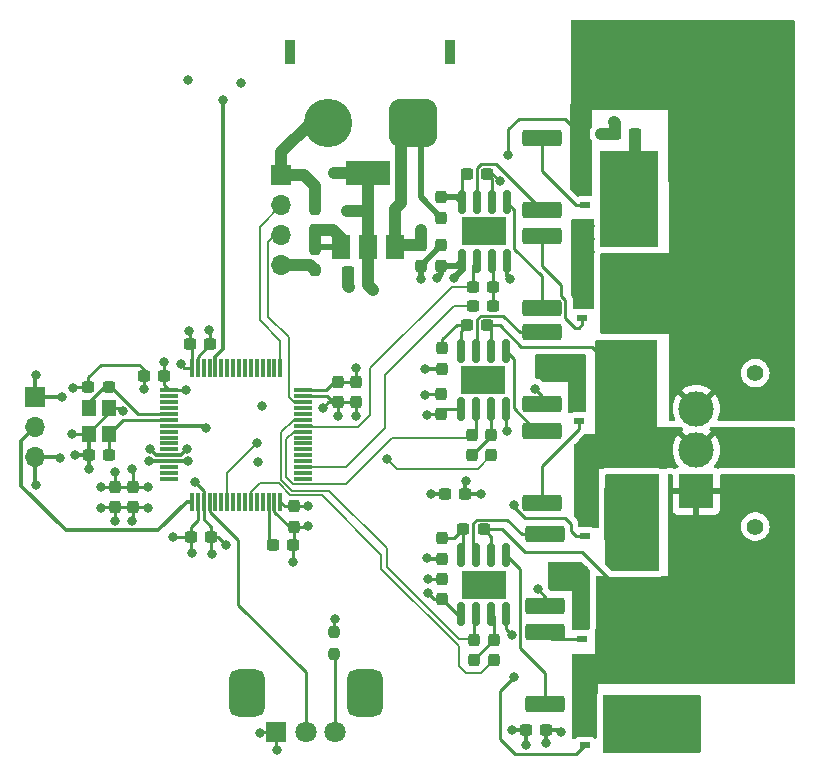
<source format=gbr>
%TF.GenerationSoftware,KiCad,Pcbnew,7.0.7*%
%TF.CreationDate,2024-09-12T14:34:45-05:00*%
%TF.ProjectId,ESC,4553432e-6b69-4636-9164-5f7063625858,rev?*%
%TF.SameCoordinates,Original*%
%TF.FileFunction,Copper,L1,Top*%
%TF.FilePolarity,Positive*%
%FSLAX46Y46*%
G04 Gerber Fmt 4.6, Leading zero omitted, Abs format (unit mm)*
G04 Created by KiCad (PCBNEW 7.0.7) date 2024-09-12 14:34:45*
%MOMM*%
%LPD*%
G01*
G04 APERTURE LIST*
G04 Aperture macros list*
%AMRoundRect*
0 Rectangle with rounded corners*
0 $1 Rounding radius*
0 $2 $3 $4 $5 $6 $7 $8 $9 X,Y pos of 4 corners*
0 Add a 4 corners polygon primitive as box body*
4,1,4,$2,$3,$4,$5,$6,$7,$8,$9,$2,$3,0*
0 Add four circle primitives for the rounded corners*
1,1,$1+$1,$2,$3*
1,1,$1+$1,$4,$5*
1,1,$1+$1,$6,$7*
1,1,$1+$1,$8,$9*
0 Add four rect primitives between the rounded corners*
20,1,$1+$1,$2,$3,$4,$5,0*
20,1,$1+$1,$4,$5,$6,$7,0*
20,1,$1+$1,$6,$7,$8,$9,0*
20,1,$1+$1,$8,$9,$2,$3,0*%
G04 Aperture macros list end*
%TA.AperFunction,SMDPad,CuDef*%
%ADD10RoundRect,0.237500X0.300000X0.237500X-0.300000X0.237500X-0.300000X-0.237500X0.300000X-0.237500X0*%
%TD*%
%TA.AperFunction,SMDPad,CuDef*%
%ADD11RoundRect,0.237500X-0.237500X0.300000X-0.237500X-0.300000X0.237500X-0.300000X0.237500X0.300000X0*%
%TD*%
%TA.AperFunction,SMDPad,CuDef*%
%ADD12RoundRect,0.237500X-0.300000X-0.237500X0.300000X-0.237500X0.300000X0.237500X-0.300000X0.237500X0*%
%TD*%
%TA.AperFunction,SMDPad,CuDef*%
%ADD13R,1.200000X1.400000*%
%TD*%
%TA.AperFunction,SMDPad,CuDef*%
%ADD14R,0.850000X0.500000*%
%TD*%
%TA.AperFunction,SMDPad,CuDef*%
%ADD15R,4.550000X4.410000*%
%TD*%
%TA.AperFunction,ComponentPad*%
%ADD16R,0.900000X2.000000*%
%TD*%
%TA.AperFunction,ComponentPad*%
%ADD17RoundRect,1.025000X-1.025000X-1.025000X1.025000X-1.025000X1.025000X1.025000X-1.025000X1.025000X0*%
%TD*%
%TA.AperFunction,ComponentPad*%
%ADD18C,4.100000*%
%TD*%
%TA.AperFunction,ComponentPad*%
%ADD19R,1.700000X1.700000*%
%TD*%
%TA.AperFunction,ComponentPad*%
%ADD20O,1.700000X1.700000*%
%TD*%
%TA.AperFunction,SMDPad,CuDef*%
%ADD21RoundRect,0.150000X0.150000X-0.825000X0.150000X0.825000X-0.150000X0.825000X-0.150000X-0.825000X0*%
%TD*%
%TA.AperFunction,SMDPad,CuDef*%
%ADD22R,3.810000X2.410000*%
%TD*%
%TA.AperFunction,SMDPad,CuDef*%
%ADD23RoundRect,0.249999X-1.425001X0.450001X-1.425001X-0.450001X1.425001X-0.450001X1.425001X0.450001X0*%
%TD*%
%TA.AperFunction,SMDPad,CuDef*%
%ADD24RoundRect,0.237500X-0.237500X0.287500X-0.237500X-0.287500X0.237500X-0.287500X0.237500X0.287500X0*%
%TD*%
%TA.AperFunction,SMDPad,CuDef*%
%ADD25RoundRect,0.075000X-0.700000X-0.075000X0.700000X-0.075000X0.700000X0.075000X-0.700000X0.075000X0*%
%TD*%
%TA.AperFunction,SMDPad,CuDef*%
%ADD26RoundRect,0.075000X-0.075000X-0.700000X0.075000X-0.700000X0.075000X0.700000X-0.075000X0.700000X0*%
%TD*%
%TA.AperFunction,SMDPad,CuDef*%
%ADD27RoundRect,0.237500X0.237500X-0.250000X0.237500X0.250000X-0.237500X0.250000X-0.237500X-0.250000X0*%
%TD*%
%TA.AperFunction,SMDPad,CuDef*%
%ADD28RoundRect,0.237500X0.237500X-0.300000X0.237500X0.300000X-0.237500X0.300000X-0.237500X-0.300000X0*%
%TD*%
%TA.AperFunction,ComponentPad*%
%ADD29C,1.400000*%
%TD*%
%TA.AperFunction,ComponentPad*%
%ADD30R,3.000000X3.000000*%
%TD*%
%TA.AperFunction,ComponentPad*%
%ADD31C,3.000000*%
%TD*%
%TA.AperFunction,SMDPad,CuDef*%
%ADD32RoundRect,0.237500X-0.237500X0.250000X-0.237500X-0.250000X0.237500X-0.250000X0.237500X0.250000X0*%
%TD*%
%TA.AperFunction,ComponentPad*%
%ADD33R,1.800000X1.800000*%
%TD*%
%TA.AperFunction,ComponentPad*%
%ADD34C,1.800000*%
%TD*%
%TA.AperFunction,ComponentPad*%
%ADD35RoundRect,0.750000X-0.750000X1.250000X-0.750000X-1.250000X0.750000X-1.250000X0.750000X1.250000X0*%
%TD*%
%TA.AperFunction,SMDPad,CuDef*%
%ADD36RoundRect,0.249999X1.425001X-0.450001X1.425001X0.450001X-1.425001X0.450001X-1.425001X-0.450001X0*%
%TD*%
%TA.AperFunction,SMDPad,CuDef*%
%ADD37R,1.500000X2.000000*%
%TD*%
%TA.AperFunction,SMDPad,CuDef*%
%ADD38R,3.800000X2.000000*%
%TD*%
%TA.AperFunction,ViaPad*%
%ADD39C,0.800000*%
%TD*%
%TA.AperFunction,Conductor*%
%ADD40C,0.250000*%
%TD*%
%TA.AperFunction,Conductor*%
%ADD41C,1.000000*%
%TD*%
%TA.AperFunction,Conductor*%
%ADD42C,0.300000*%
%TD*%
%TA.AperFunction,Conductor*%
%ADD43C,0.500000*%
%TD*%
%TA.AperFunction,Conductor*%
%ADD44C,0.150000*%
%TD*%
G04 APERTURE END LIST*
D10*
%TO.P,C16,1*%
%TO.N,+3.3V*%
X204672100Y-89204800D03*
%TO.P,C16,2*%
%TO.N,GND*%
X202947100Y-89204800D03*
%TD*%
D11*
%TO.P,C13,1*%
%TO.N,GND*%
X210822800Y-99518300D03*
%TO.P,C13,2*%
%TO.N,VCC*%
X210822800Y-101243300D03*
%TD*%
D12*
%TO.P,C14,1*%
%TO.N,Net-(D1-K)*%
X213008300Y-93675200D03*
%TO.P,C14,2*%
%TO.N,/MosFet TIM_1/TIM1_O1*%
X214733300Y-93675200D03*
%TD*%
D13*
%TO.P,Y1,1,1*%
%TO.N,HSE_IN*%
X181014000Y-100677800D03*
%TO.P,Y1,2,2*%
%TO.N,GND*%
X181014000Y-102877800D03*
%TO.P,Y1,3,3*%
%TO.N,HSE_OUT*%
X182714000Y-102877800D03*
%TO.P,Y1,4,4*%
%TO.N,GND*%
X182714000Y-100677800D03*
%TD*%
D14*
%TO.P,Q2,1,S*%
%TO.N,GND*%
X222800000Y-89245000D03*
%TO.P,Q2,2,S*%
X222800000Y-90515000D03*
%TO.P,Q2,3,S*%
X222800000Y-91785000D03*
%TO.P,Q2,4,G*%
%TO.N,Net-(Q2-G)*%
X222800000Y-93055000D03*
D15*
%TO.P,Q2,5,D*%
%TO.N,/MosFet TIM_1/TIM1_O2*%
X226750000Y-91150000D03*
%TD*%
D10*
%TO.P,C10,1*%
%TO.N,+3.3V*%
X191362500Y-111607600D03*
%TO.P,C10,2*%
%TO.N,GND*%
X189637500Y-111607600D03*
%TD*%
D12*
%TO.P,C33,1*%
%TO.N,Net-(U1-VCAP1)*%
X196597100Y-112293400D03*
%TO.P,C33,2*%
%TO.N,GND*%
X198322100Y-112293400D03*
%TD*%
D16*
%TO.P,J1,*%
%TO.N,*%
X198075600Y-70550800D03*
X211575600Y-70550800D03*
D17*
%TO.P,J1,1,Pin_1*%
%TO.N,VCC*%
X208425600Y-76550800D03*
D18*
%TO.P,J1,2,Pin_2*%
%TO.N,GND*%
X201225600Y-76550800D03*
%TD*%
D19*
%TO.P,J4,1,Pin_1*%
%TO.N,GND*%
X197307200Y-80975200D03*
D20*
%TO.P,J4,2,Pin_2*%
%TO.N,SWCLK*%
X197307200Y-83515200D03*
%TO.P,J4,3,Pin_3*%
%TO.N,SWDIO*%
X197307200Y-86055200D03*
%TO.P,J4,4,Pin_4*%
%TO.N,+3.3V*%
X197307200Y-88595200D03*
%TD*%
D14*
%TO.P,Q1,1,S*%
%TO.N,/MosFet TIM_1/TIM1_O2*%
X223000000Y-79730000D03*
%TO.P,Q1,2,S*%
X223000000Y-81000000D03*
%TO.P,Q1,3,S*%
X223000000Y-82270000D03*
%TO.P,Q1,4,G*%
%TO.N,Net-(Q1-G)*%
X223000000Y-83540000D03*
D15*
%TO.P,Q1,5,D*%
%TO.N,VCC*%
X226950000Y-81635000D03*
%TD*%
D10*
%TO.P,C9,1*%
%TO.N,HSE_OUT*%
X182726500Y-104673400D03*
%TO.P,C9,2*%
%TO.N,GND*%
X181001500Y-104673400D03*
%TD*%
D21*
%TO.P,U7,1,VCC*%
%TO.N,VCC*%
X212547200Y-118132400D03*
%TO.P,U7,2,HIN*%
%TO.N,TIM1_CH3*%
X213817200Y-118132400D03*
%TO.P,U7,3,LIN*%
%TO.N,Net-(JP3-A)*%
X215087200Y-118132400D03*
%TO.P,U7,4,COM*%
%TO.N,GND*%
X216357200Y-118132400D03*
%TO.P,U7,5,LO*%
%TO.N,Net-(U7-LO)*%
X216357200Y-113182400D03*
%TO.P,U7,6,VS*%
%TO.N,/MosFet TIM_1/TIM1_O3*%
X215087200Y-113182400D03*
%TO.P,U7,7,HO*%
%TO.N,Net-(U7-HO)*%
X213817200Y-113182400D03*
%TO.P,U7,8,VB*%
%TO.N,Net-(D3-K)*%
X212547200Y-113182400D03*
D22*
%TO.P,U7,9*%
%TO.N,N/C*%
X214452200Y-115657400D03*
%TD*%
D10*
%TO.P,C19,1*%
%TO.N,VCC*%
X227262500Y-77500000D03*
%TO.P,C19,2*%
%TO.N,GND*%
X225537500Y-77500000D03*
%TD*%
D12*
%TO.P,C15,1*%
%TO.N,VCC*%
X211137500Y-108000000D03*
%TO.P,C15,2*%
%TO.N,GND*%
X212862500Y-108000000D03*
%TD*%
D21*
%TO.P,U5,1,VCC*%
%TO.N,VCC*%
X212509400Y-100814200D03*
%TO.P,U5,2,HIN*%
%TO.N,TIM1_CH1*%
X213779400Y-100814200D03*
%TO.P,U5,3,LIN*%
%TO.N,Net-(JP1-A)*%
X215049400Y-100814200D03*
%TO.P,U5,4,COM*%
%TO.N,GND*%
X216319400Y-100814200D03*
%TO.P,U5,5,LO*%
%TO.N,Net-(U5-LO)*%
X216319400Y-95864200D03*
%TO.P,U5,6,VS*%
%TO.N,/MosFet TIM_1/TIM1_O1*%
X215049400Y-95864200D03*
%TO.P,U5,7,HO*%
%TO.N,Net-(U5-HO)*%
X213779400Y-95864200D03*
%TO.P,U5,8,VB*%
%TO.N,Net-(D1-K)*%
X212509400Y-95864200D03*
D22*
%TO.P,U5,9*%
%TO.N,N/C*%
X214414400Y-98339200D03*
%TD*%
D23*
%TO.P,R1,1*%
%TO.N,Net-(U5-LO)*%
X219357200Y-102614000D03*
%TO.P,R1,2*%
%TO.N,Net-(Q4-G)*%
X219357200Y-108714000D03*
%TD*%
D24*
%TO.P,D3,1,K*%
%TO.N,Net-(D3-K)*%
X210921600Y-111697800D03*
%TO.P,D3,2,A*%
%TO.N,VCC*%
X210921600Y-113447800D03*
%TD*%
%TO.P,D1,1,K*%
%TO.N,Net-(D1-K)*%
X210921600Y-95645000D03*
%TO.P,D1,2,A*%
%TO.N,VCC*%
X210921600Y-97395000D03*
%TD*%
D25*
%TO.P,U1,1,VBAT*%
%TO.N,+3.3V*%
X187796800Y-99196200D03*
%TO.P,U1,2,PC13*%
%TO.N,unconnected-(U1-PC13-Pad2)*%
X187796800Y-99696200D03*
%TO.P,U1,3,PC14*%
%TO.N,unconnected-(U1-PC14-Pad3)*%
X187796800Y-100196200D03*
%TO.P,U1,4,PC15*%
%TO.N,unconnected-(U1-PC15-Pad4)*%
X187796800Y-100696200D03*
%TO.P,U1,5,PH0*%
%TO.N,HSE_IN*%
X187796800Y-101196200D03*
%TO.P,U1,6,PH1*%
%TO.N,HSE_OUT*%
X187796800Y-101696200D03*
%TO.P,U1,7,NRST*%
%TO.N,Net-(SW2-B)*%
X187796800Y-102196200D03*
%TO.P,U1,8,PC0*%
%TO.N,unconnected-(U1-PC0-Pad8)*%
X187796800Y-102696200D03*
%TO.P,U1,9,PC1*%
%TO.N,unconnected-(U1-PC1-Pad9)*%
X187796800Y-103196200D03*
%TO.P,U1,10,PC2*%
%TO.N,unconnected-(U1-PC2-Pad10)*%
X187796800Y-103696200D03*
%TO.P,U1,11,PC3*%
%TO.N,unconnected-(U1-PC3-Pad11)*%
X187796800Y-104196200D03*
%TO.P,U1,12,VSSA*%
%TO.N,GND*%
X187796800Y-104696200D03*
%TO.P,U1,13,VDDA*%
%TO.N,+3.3V*%
X187796800Y-105196200D03*
%TO.P,U1,14,PA0*%
%TO.N,unconnected-(U1-PA0-Pad14)*%
X187796800Y-105696200D03*
%TO.P,U1,15,PA1*%
%TO.N,unconnected-(U1-PA1-Pad15)*%
X187796800Y-106196200D03*
%TO.P,U1,16,PA2*%
%TO.N,unconnected-(U1-PA2-Pad16)*%
X187796800Y-106696200D03*
D26*
%TO.P,U1,17,PA3*%
%TO.N,TIM9_CH2_input*%
X189721800Y-108621200D03*
%TO.P,U1,18,VSS*%
%TO.N,GND*%
X190221800Y-108621200D03*
%TO.P,U1,19,VDD*%
%TO.N,+3.3V*%
X190721800Y-108621200D03*
%TO.P,U1,20,PA4*%
%TO.N,/ADC1_IN4*%
X191221800Y-108621200D03*
%TO.P,U1,21,PA5*%
%TO.N,TIM2_CH1*%
X191721800Y-108621200D03*
%TO.P,U1,22,PA6*%
%TO.N,TIM3_CH1*%
X192221800Y-108621200D03*
%TO.P,U1,23,PA7*%
%TO.N,TIM1_CH1N*%
X192721800Y-108621200D03*
%TO.P,U1,24,PC4*%
%TO.N,unconnected-(U1-PC4-Pad24)*%
X193221800Y-108621200D03*
%TO.P,U1,25,PC5*%
%TO.N,unconnected-(U1-PC5-Pad25)*%
X193721800Y-108621200D03*
%TO.P,U1,26,PB0*%
%TO.N,TIM3_CH3*%
X194221800Y-108621200D03*
%TO.P,U1,27,PB1*%
%TO.N,TIM1_CH3N*%
X194721800Y-108621200D03*
%TO.P,U1,28,PB2*%
%TO.N,unconnected-(U1-PB2-Pad28)*%
X195221800Y-108621200D03*
%TO.P,U1,29,PB10*%
%TO.N,TIM2_CH3*%
X195721800Y-108621200D03*
%TO.P,U1,30,VCAP1*%
%TO.N,Net-(U1-VCAP1)*%
X196221800Y-108621200D03*
%TO.P,U1,31,VSS*%
%TO.N,GND*%
X196721800Y-108621200D03*
%TO.P,U1,32,VDD*%
%TO.N,+3.3V*%
X197221800Y-108621200D03*
D25*
%TO.P,U1,33,PB12*%
%TO.N,unconnected-(U1-PB12-Pad33)*%
X199146800Y-106696200D03*
%TO.P,U1,34,PB13*%
%TO.N,unconnected-(U1-PB13-Pad34)*%
X199146800Y-106196200D03*
%TO.P,U1,35,PB14*%
%TO.N,TIM1_CH2N*%
X199146800Y-105696200D03*
%TO.P,U1,36,PB15*%
%TO.N,unconnected-(U1-PB15-Pad36)*%
X199146800Y-105196200D03*
%TO.P,U1,37,PC6*%
%TO.N,unconnected-(U1-PC6-Pad37)*%
X199146800Y-104696200D03*
%TO.P,U1,38,PC7*%
%TO.N,TIM3_CH2*%
X199146800Y-104196200D03*
%TO.P,U1,39,PC8*%
%TO.N,unconnected-(U1-PC8-Pad39)*%
X199146800Y-103696200D03*
%TO.P,U1,40,PC9*%
%TO.N,unconnected-(U1-PC9-Pad40)*%
X199146800Y-103196200D03*
%TO.P,U1,41,PA8*%
%TO.N,TIM1_CH1*%
X199146800Y-102696200D03*
%TO.P,U1,42,PA9*%
%TO.N,TIM1_CH2*%
X199146800Y-102196200D03*
%TO.P,U1,43,PA10*%
%TO.N,TIM1_CH3*%
X199146800Y-101696200D03*
%TO.P,U1,44,PA11*%
%TO.N,unconnected-(U1-PA11-Pad44)*%
X199146800Y-101196200D03*
%TO.P,U1,45,PA12*%
%TO.N,unconnected-(U1-PA12-Pad45)*%
X199146800Y-100696200D03*
%TO.P,U1,46,PA13*%
%TO.N,SWDIO*%
X199146800Y-100196200D03*
%TO.P,U1,47,VSS*%
%TO.N,GND*%
X199146800Y-99696200D03*
%TO.P,U1,48,VDD*%
%TO.N,+3.3V*%
X199146800Y-99196200D03*
D26*
%TO.P,U1,49,PA14*%
%TO.N,SWCLK*%
X197221800Y-97271200D03*
%TO.P,U1,50,PA15*%
%TO.N,unconnected-(U1-PA15-Pad50)*%
X196721800Y-97271200D03*
%TO.P,U1,51,PC10*%
%TO.N,unconnected-(U1-PC10-Pad51)*%
X196221800Y-97271200D03*
%TO.P,U1,52,PC11*%
%TO.N,unconnected-(U1-PC11-Pad52)*%
X195721800Y-97271200D03*
%TO.P,U1,53,PC12*%
%TO.N,unconnected-(U1-PC12-Pad53)*%
X195221800Y-97271200D03*
%TO.P,U1,54,PD2*%
%TO.N,unconnected-(U1-PD2-Pad54)*%
X194721800Y-97271200D03*
%TO.P,U1,55,PB3*%
%TO.N,TIM2_CH2*%
X194221800Y-97271200D03*
%TO.P,U1,56,PB4*%
%TO.N,unconnected-(U1-PB4-Pad56)*%
X193721800Y-97271200D03*
%TO.P,U1,57,PB5*%
%TO.N,unconnected-(U1-PB5-Pad57)*%
X193221800Y-97271200D03*
%TO.P,U1,58,PB6*%
%TO.N,unconnected-(U1-PB6-Pad58)*%
X192721800Y-97271200D03*
%TO.P,U1,59,PB7*%
%TO.N,unconnected-(U1-PB7-Pad59)*%
X192221800Y-97271200D03*
%TO.P,U1,60,BOOT0*%
%TO.N,Net-(SW1-B)*%
X191721800Y-97271200D03*
%TO.P,U1,61,PB8*%
%TO.N,unconnected-(U1-PB8-Pad61)*%
X191221800Y-97271200D03*
%TO.P,U1,62,PB9*%
%TO.N,unconnected-(U1-PB9-Pad62)*%
X190721800Y-97271200D03*
%TO.P,U1,63,VSS*%
%TO.N,GND*%
X190221800Y-97271200D03*
%TO.P,U1,64,VDD*%
%TO.N,+3.3V*%
X189721800Y-97271200D03*
%TD*%
D10*
%TO.P,C8,1*%
%TO.N,HSE_IN*%
X182675700Y-98907600D03*
%TO.P,C8,2*%
%TO.N,GND*%
X180950700Y-98907600D03*
%TD*%
D12*
%TO.P,C2,1*%
%TO.N,+3.3V*%
X189535900Y-95300800D03*
%TO.P,C2,2*%
%TO.N,GND*%
X191260900Y-95300800D03*
%TD*%
D11*
%TO.P,C5,1*%
%TO.N,+3.3V*%
X183210200Y-107392300D03*
%TO.P,C5,2*%
%TO.N,GND*%
X183210200Y-109117300D03*
%TD*%
D12*
%TO.P,C23,1*%
%TO.N,Net-(D3-K)*%
X212700700Y-110947200D03*
%TO.P,C23,2*%
%TO.N,/MosFet TIM_1/TIM1_O3*%
X214425700Y-110947200D03*
%TD*%
D11*
%TO.P,C3,1*%
%TO.N,+3.3V*%
X202133200Y-98502300D03*
%TO.P,C3,2*%
%TO.N,GND*%
X202133200Y-100227300D03*
%TD*%
D27*
%TO.P,R4,1*%
%TO.N,Net-(U2-ADJ)*%
X200152000Y-85646900D03*
%TO.P,R4,2*%
%TO.N,GND*%
X200152000Y-83821900D03*
%TD*%
D28*
%TO.P,JP6,1,A*%
%TO.N,TIM1_CH1N*%
X215090000Y-104697700D03*
%TO.P,JP6,2,B*%
%TO.N,Net-(JP1-A)*%
X215090000Y-102972700D03*
%TD*%
D29*
%TO.P,J2,*%
%TO.N,*%
X237435000Y-97741600D03*
X237435000Y-110741600D03*
D30*
%TO.P,J2,1,Pin_1*%
%TO.N,/MosFet TIM_1/TIM1_O3*%
X232435000Y-107741600D03*
D31*
%TO.P,J2,2,Pin_2*%
%TO.N,/MosFet TIM_1/TIM1_O1*%
X232435000Y-104241600D03*
%TO.P,J2,3,Pin_3*%
%TO.N,/MosFet TIM_1/TIM1_O2*%
X232435000Y-100741600D03*
%TD*%
D32*
%TO.P,R9,1*%
%TO.N,+3.3V*%
X201777600Y-119686700D03*
%TO.P,R9,2*%
%TO.N,Net-(R9-Pad2)*%
X201777600Y-121511700D03*
%TD*%
D11*
%TO.P,C6,1*%
%TO.N,+3.3V*%
X184708800Y-107392300D03*
%TO.P,C6,2*%
%TO.N,GND*%
X184708800Y-109117300D03*
%TD*%
D12*
%TO.P,JP4,1,A*%
%TO.N,TIM1_CH2N*%
X213513500Y-92049600D03*
%TO.P,JP4,2,B*%
%TO.N,Net-(JP2-A)*%
X215238500Y-92049600D03*
%TD*%
D10*
%TO.P,C22,1*%
%TO.N,VCC*%
X219725000Y-128000000D03*
%TO.P,C22,2*%
%TO.N,GND*%
X218000000Y-128000000D03*
%TD*%
%TO.P,C1,1*%
%TO.N,+3.3V*%
X187374700Y-97967800D03*
%TO.P,C1,2*%
%TO.N,GND*%
X185649700Y-97967800D03*
%TD*%
D14*
%TO.P,Q5,1,S*%
%TO.N,/MosFet TIM_1/TIM1_O3*%
X223000000Y-125460000D03*
%TO.P,Q5,2,S*%
X223000000Y-126730000D03*
%TO.P,Q5,3,S*%
X223000000Y-128000000D03*
%TO.P,Q5,4,G*%
%TO.N,Net-(Q5-G)*%
X223000000Y-129270000D03*
D15*
%TO.P,Q5,5,D*%
%TO.N,VCC*%
X226950000Y-127365000D03*
%TD*%
D11*
%TO.P,C17,1*%
%TO.N,VCC*%
X209092800Y-86919900D03*
%TO.P,C17,2*%
%TO.N,GND*%
X209092800Y-88644900D03*
%TD*%
D33*
%TO.P,RV1,1,1*%
%TO.N,GND*%
X196864200Y-128165600D03*
D34*
%TO.P,RV1,2,2*%
%TO.N,/ADC1_IN4*%
X199364200Y-128165600D03*
%TO.P,RV1,3,3*%
%TO.N,Net-(R9-Pad2)*%
X201864200Y-128165600D03*
D35*
%TO.P,RV1,MP*%
%TO.N,N/C*%
X194364200Y-124865600D03*
X204364200Y-124865600D03*
%TD*%
D14*
%TO.P,Q6,1,S*%
%TO.N,GND*%
X222800000Y-116460000D03*
%TO.P,Q6,2,S*%
X222800000Y-117730000D03*
%TO.P,Q6,3,S*%
X222800000Y-119000000D03*
%TO.P,Q6,4,G*%
%TO.N,Net-(Q6-G)*%
X222800000Y-120270000D03*
D15*
%TO.P,Q6,5,D*%
%TO.N,/MosFet TIM_1/TIM1_O3*%
X226750000Y-118365000D03*
%TD*%
D28*
%TO.P,JP1,1,A*%
%TO.N,Net-(JP1-A)*%
X213464400Y-104697700D03*
%TO.P,JP1,2,B*%
%TO.N,TIM1_CH1*%
X213464400Y-102972700D03*
%TD*%
D12*
%TO.P,C20,1*%
%TO.N,Net-(D2-K)*%
X213008300Y-80873600D03*
%TO.P,C20,2*%
%TO.N,/MosFet TIM_1/TIM1_O2*%
X214733300Y-80873600D03*
%TD*%
D23*
%TO.P,R6,1*%
%TO.N,Net-(Q2-G)*%
X219357200Y-86154800D03*
%TO.P,R6,2*%
%TO.N,Net-(U6-LO)*%
X219357200Y-92254800D03*
%TD*%
%TO.P,R2,1*%
%TO.N,Net-(U5-HO)*%
X219357200Y-94282800D03*
%TO.P,R2,2*%
%TO.N,Net-(Q3-G)*%
X219357200Y-100382800D03*
%TD*%
D10*
%TO.P,JP2,1,A*%
%TO.N,Net-(JP2-A)*%
X215238500Y-90424000D03*
%TO.P,JP2,2,B*%
%TO.N,TIM1_CH2*%
X213513500Y-90424000D03*
%TD*%
D23*
%TO.P,R8,1*%
%TO.N,Net-(Q6-G)*%
X219659200Y-119682800D03*
%TO.P,R8,2*%
%TO.N,Net-(U7-LO)*%
X219659200Y-125782800D03*
%TD*%
D11*
%TO.P,C21,1*%
%TO.N,GND*%
X210921600Y-115164700D03*
%TO.P,C21,2*%
%TO.N,VCC*%
X210921600Y-116889700D03*
%TD*%
D23*
%TO.P,R7,1*%
%TO.N,Net-(U7-HO)*%
X219659200Y-111351600D03*
%TO.P,R7,2*%
%TO.N,Net-(Q5-G)*%
X219659200Y-117451600D03*
%TD*%
D19*
%TO.P,J5,1,Pin_1*%
%TO.N,GND*%
X176479200Y-99786200D03*
D20*
%TO.P,J5,2,Pin_2*%
%TO.N,TIM9_CH2_input*%
X176479200Y-102326200D03*
%TO.P,J5,3,Pin_3*%
%TO.N,+3.3V*%
X176479200Y-104866200D03*
%TD*%
D28*
%TO.P,JP3,1,A*%
%TO.N,Net-(JP3-A)*%
X213646000Y-122052500D03*
%TO.P,JP3,2,B*%
%TO.N,TIM1_CH3*%
X213646000Y-120327500D03*
%TD*%
D21*
%TO.P,U6,1,VCC*%
%TO.N,VCC*%
X212575400Y-88225400D03*
%TO.P,U6,2,HIN*%
%TO.N,TIM1_CH2*%
X213845400Y-88225400D03*
%TO.P,U6,3,LIN*%
%TO.N,Net-(JP2-A)*%
X215115400Y-88225400D03*
%TO.P,U6,4,COM*%
%TO.N,GND*%
X216385400Y-88225400D03*
%TO.P,U6,5,LO*%
%TO.N,Net-(U6-LO)*%
X216385400Y-83275400D03*
%TO.P,U6,6,VS*%
%TO.N,/MosFet TIM_1/TIM1_O2*%
X215115400Y-83275400D03*
%TO.P,U6,7,HO*%
%TO.N,Net-(U6-HO)*%
X213845400Y-83275400D03*
%TO.P,U6,8,VB*%
%TO.N,Net-(D2-K)*%
X212575400Y-83275400D03*
D22*
%TO.P,U6,9*%
%TO.N,N/C*%
X214480400Y-85750400D03*
%TD*%
D24*
%TO.P,D2,1,K*%
%TO.N,Net-(D2-K)*%
X210822800Y-82843400D03*
%TO.P,D2,2,A*%
%TO.N,VCC*%
X210822800Y-84593400D03*
%TD*%
D27*
%TO.P,R3,1*%
%TO.N,+3.3V*%
X200152000Y-89050500D03*
%TO.P,R3,2*%
%TO.N,Net-(U2-ADJ)*%
X200152000Y-87225500D03*
%TD*%
D36*
%TO.P,R5,1*%
%TO.N,Net-(U6-HO)*%
X219357200Y-83923600D03*
%TO.P,R5,2*%
%TO.N,Net-(Q1-G)*%
X219357200Y-77823600D03*
%TD*%
D11*
%TO.P,C18,1*%
%TO.N,GND*%
X210822800Y-86919900D03*
%TO.P,C18,2*%
%TO.N,VCC*%
X210822800Y-88644900D03*
%TD*%
D28*
%TO.P,JP5,1,A*%
%TO.N,TIM1_CH3N*%
X215271600Y-122052500D03*
%TO.P,JP5,2,B*%
%TO.N,Net-(JP3-A)*%
X215271600Y-120327500D03*
%TD*%
D11*
%TO.P,C7,1*%
%TO.N,+3.3V*%
X203606400Y-98502300D03*
%TO.P,C7,2*%
%TO.N,GND*%
X203606400Y-100227300D03*
%TD*%
D37*
%TO.P,U2,1,ADJ*%
%TO.N,Net-(U2-ADJ)*%
X202322400Y-87071600D03*
%TO.P,U2,2,VO*%
%TO.N,+3.3V*%
X204622400Y-87071600D03*
D38*
X204622400Y-80771600D03*
D37*
%TO.P,U2,3,VI*%
%TO.N,VCC*%
X206922400Y-87071600D03*
%TD*%
D14*
%TO.P,Q4,1,S*%
%TO.N,GND*%
X222500000Y-98000000D03*
%TO.P,Q4,2,S*%
X222500000Y-99270000D03*
%TO.P,Q4,3,S*%
X222500000Y-100540000D03*
%TO.P,Q4,4,G*%
%TO.N,Net-(Q4-G)*%
X222500000Y-101810000D03*
D15*
%TO.P,Q4,5,D*%
%TO.N,/MosFet TIM_1/TIM1_O1*%
X226450000Y-99905000D03*
%TD*%
D14*
%TO.P,Q3,1,S*%
%TO.N,/MosFet TIM_1/TIM1_O1*%
X223000000Y-107730000D03*
%TO.P,Q3,2,S*%
X223000000Y-109000000D03*
%TO.P,Q3,3,S*%
X223000000Y-110270000D03*
%TO.P,Q3,4,G*%
%TO.N,Net-(Q3-G)*%
X223000000Y-111540000D03*
D15*
%TO.P,Q3,5,D*%
%TO.N,VCC*%
X226950000Y-109635000D03*
%TD*%
D11*
%TO.P,C4,1*%
%TO.N,+3.3V*%
X198374000Y-109017900D03*
%TO.P,C4,2*%
%TO.N,GND*%
X198374000Y-110742900D03*
%TD*%
D39*
%TO.N,+3.3V*%
X202900000Y-84000000D03*
X188800000Y-97000000D03*
X183200000Y-106100000D03*
X189400000Y-105200000D03*
X189972298Y-107000000D03*
X186100000Y-105200000D03*
X203600000Y-97300000D03*
X191400000Y-113100000D03*
X201879200Y-118567200D03*
X186000000Y-107400000D03*
X201800000Y-80800000D03*
X193852800Y-73152000D03*
X182000000Y-107400000D03*
X184700000Y-105900000D03*
X199600000Y-109000000D03*
X192600000Y-112300000D03*
X176500000Y-107200000D03*
X189200000Y-99200000D03*
X187400000Y-96800000D03*
X205100000Y-90700000D03*
X189500000Y-94200000D03*
X178600000Y-104900000D03*
%TO.N,GND*%
X196900800Y-129641600D03*
X200800000Y-100700000D03*
X178700000Y-99800000D03*
X216814400Y-119888000D03*
X221900000Y-115400000D03*
X222900000Y-114400000D03*
X184700000Y-110300000D03*
X214200000Y-108000000D03*
X221600000Y-96600000D03*
X185700000Y-99100000D03*
X222400000Y-86400000D03*
X209092800Y-89814400D03*
X216700000Y-89800000D03*
X220800000Y-114400000D03*
X209702400Y-115214400D03*
X202100000Y-101400000D03*
X182000000Y-109200000D03*
X223400000Y-87500000D03*
X195300000Y-105300000D03*
X183200000Y-110300000D03*
X203600000Y-101400000D03*
X186000000Y-109200000D03*
X179600000Y-102900000D03*
X179700000Y-99000000D03*
X183861201Y-100938799D03*
X223400000Y-86400000D03*
X189382400Y-72948800D03*
X223400000Y-85300000D03*
X188100000Y-111600000D03*
X179800000Y-104700000D03*
X202996800Y-90424000D03*
X220500000Y-96600000D03*
X181000000Y-105900000D03*
X212900000Y-106900000D03*
X224400000Y-77500000D03*
X216408000Y-102616000D03*
X195478400Y-128219200D03*
X198300000Y-113700000D03*
X219400000Y-96600000D03*
X219400000Y-97600000D03*
X222400000Y-85300000D03*
X209499200Y-99568000D03*
X222400000Y-87500000D03*
X186210377Y-104206611D03*
X220500000Y-97600000D03*
X199600000Y-110700000D03*
X191200000Y-94100000D03*
X176500000Y-97900000D03*
X221900000Y-114400000D03*
X216800000Y-128000000D03*
X225500000Y-76500000D03*
X222900000Y-115400000D03*
X220800000Y-115400000D03*
X189289623Y-104206611D03*
X195700000Y-100500000D03*
X218000000Y-129200000D03*
X189700000Y-113000000D03*
X221600000Y-97600000D03*
%TO.N,VCC*%
X210000000Y-108000000D03*
X231700000Y-126900000D03*
X225000000Y-85000000D03*
X209600000Y-101300000D03*
X225300000Y-114000000D03*
X221000000Y-128100000D03*
X226500000Y-112900000D03*
X210500000Y-89700000D03*
X226200000Y-85000000D03*
X231700000Y-129200000D03*
X231700000Y-128000000D03*
X230600000Y-126900000D03*
X227600000Y-114000000D03*
X226200000Y-86100000D03*
X230600000Y-128000000D03*
X230600000Y-125700000D03*
X228500000Y-86100000D03*
X230600000Y-129200000D03*
X209600000Y-113400000D03*
X219700000Y-129100000D03*
X209700000Y-116400000D03*
X228500000Y-85000000D03*
X227300000Y-86100000D03*
X209100000Y-85600000D03*
X225300000Y-112900000D03*
X211900000Y-89700000D03*
X228800000Y-114000000D03*
X227300000Y-85000000D03*
X209500000Y-97400000D03*
X228800000Y-112900000D03*
X231700000Y-125700000D03*
X227600000Y-112900000D03*
X225000000Y-86100000D03*
X226500000Y-114000000D03*
%TO.N,/MosFet TIM_1/TIM1_O1*%
X237000000Y-105200000D03*
X240000000Y-104200000D03*
X235300000Y-104200000D03*
X240000000Y-105200000D03*
X237000000Y-104200000D03*
X240000000Y-103100000D03*
X238300000Y-104200000D03*
X235300000Y-103100000D03*
X237000000Y-103100000D03*
X229600000Y-104200000D03*
X238300000Y-103100000D03*
X229600000Y-105300000D03*
X229600000Y-103100000D03*
X235300000Y-105200000D03*
X238300000Y-105200000D03*
%TO.N,/MosFet TIM_1/TIM1_O2*%
X215800000Y-81500000D03*
X216500000Y-79300000D03*
%TO.N,TIM1_CH1N*%
X206248000Y-105054400D03*
X195275200Y-103632000D03*
%TO.N,Net-(Q3-G)*%
X218800000Y-99100000D03*
X217000000Y-108900000D03*
%TO.N,Net-(Q5-G)*%
X217000000Y-123500000D03*
X219000000Y-116000000D03*
%TO.N,Net-(SW1-B)*%
X192400000Y-74600000D03*
%TO.N,Net-(SW2-B)*%
X190900000Y-102400000D03*
%TD*%
D40*
%TO.N,+3.3V*%
X202133200Y-98502300D02*
X203606400Y-98502300D01*
X191362500Y-111607600D02*
X191907600Y-111607600D01*
X203606400Y-97306400D02*
X203600000Y-97300000D01*
X184708800Y-106781600D02*
X184708800Y-107392300D01*
X187374700Y-96825300D02*
X187400000Y-96800000D01*
D41*
X199696700Y-88595200D02*
X200152000Y-89050500D01*
D42*
X187796800Y-105196200D02*
X186103800Y-105196200D01*
D40*
X199582100Y-109017900D02*
X199600000Y-109000000D01*
D41*
X201828400Y-80771600D02*
X201800000Y-80800000D01*
X204622400Y-84000000D02*
X202900000Y-84000000D01*
D40*
X201777600Y-119686700D02*
X201777600Y-118668800D01*
X191362500Y-110742900D02*
X190721800Y-110102200D01*
X189071200Y-97271200D02*
X188800000Y-97000000D01*
X190721800Y-107749502D02*
X189972298Y-107000000D01*
X190721800Y-110102200D02*
X190721800Y-108621200D01*
X183210200Y-107392300D02*
X182007700Y-107392300D01*
X191362500Y-111607600D02*
X191362500Y-110742900D01*
D42*
X178566200Y-104866200D02*
X178600000Y-104900000D01*
X176479200Y-104866200D02*
X178566200Y-104866200D01*
D40*
X184708800Y-106781600D02*
X184708800Y-105908800D01*
X189721800Y-95486700D02*
X189535900Y-95300800D01*
X191362500Y-113062500D02*
X191400000Y-113100000D01*
X189535900Y-95300800D02*
X189535900Y-94235900D01*
D41*
X204672100Y-90272100D02*
X205100000Y-90700000D01*
D42*
X186103800Y-105196200D02*
X186100000Y-105200000D01*
D40*
X203606400Y-98502300D02*
X203606400Y-97306400D01*
X201777600Y-118668800D02*
X201879200Y-118567200D01*
X183210200Y-106110200D02*
X183200000Y-106100000D01*
X198374000Y-109017900D02*
X197618500Y-109017900D01*
X187374700Y-98774100D02*
X187796800Y-99196200D01*
D42*
X189396200Y-105196200D02*
X189400000Y-105200000D01*
D40*
X198374000Y-109017900D02*
X199582100Y-109017900D01*
X184708800Y-107392300D02*
X185992300Y-107392300D01*
X189196200Y-99196200D02*
X189200000Y-99200000D01*
X191907600Y-111607600D02*
X192600000Y-112300000D01*
X197618500Y-109017900D02*
X197221800Y-108621200D01*
X187374700Y-97967800D02*
X187374700Y-96825300D01*
X189721800Y-97271200D02*
X189721800Y-95486700D01*
X182007700Y-107392300D02*
X182000000Y-107400000D01*
D41*
X204622400Y-84000000D02*
X204622400Y-80771600D01*
D40*
X201801900Y-98502300D02*
X201108000Y-99196200D01*
X187374700Y-97967800D02*
X187374700Y-98774100D01*
X184708800Y-105908800D02*
X184700000Y-105900000D01*
X189721800Y-97271200D02*
X189071200Y-97271200D01*
D41*
X204672100Y-87121300D02*
X204622400Y-87071600D01*
D40*
X183210200Y-107392300D02*
X183210200Y-106110200D01*
X189535900Y-94235900D02*
X189500000Y-94200000D01*
X190721800Y-108621200D02*
X190721800Y-107749502D01*
X187796800Y-99196200D02*
X189196200Y-99196200D01*
D41*
X204672100Y-89204800D02*
X204672100Y-87121300D01*
D40*
X189738000Y-97255000D02*
X189721800Y-97271200D01*
X185992300Y-107392300D02*
X186000000Y-107400000D01*
D41*
X197307200Y-88595200D02*
X199696700Y-88595200D01*
X204672100Y-89204800D02*
X204672100Y-90272100D01*
D42*
X176479200Y-107179200D02*
X176500000Y-107200000D01*
X187796800Y-105196200D02*
X189396200Y-105196200D01*
X176479200Y-104866200D02*
X176479200Y-107179200D01*
D40*
X201108000Y-99196200D02*
X199146800Y-99196200D01*
X191362500Y-111607600D02*
X191362500Y-113062500D01*
D41*
X204622400Y-80771600D02*
X201828400Y-80771600D01*
D40*
X183210200Y-107392300D02*
X184708800Y-107392300D01*
D41*
X204622400Y-87071600D02*
X204622400Y-84000000D01*
D40*
X202133200Y-98502300D02*
X201801900Y-98502300D01*
%TO.N,HSE_IN*%
X182854600Y-98907600D02*
X185143200Y-101196200D01*
X181014000Y-100677800D02*
X181014000Y-100177295D01*
X182675700Y-98907600D02*
X182854600Y-98907600D01*
X181014000Y-100177295D02*
X182283695Y-98907600D01*
X182283695Y-98907600D02*
X182675700Y-98907600D01*
X185143200Y-101196200D02*
X187796800Y-101196200D01*
D41*
%TO.N,GND*%
X199237600Y-80975200D02*
X197307200Y-80975200D01*
X200152000Y-81889600D02*
X199237600Y-80975200D01*
D40*
X180950700Y-98907600D02*
X179792400Y-98907600D01*
D41*
X202947100Y-89204800D02*
X202947100Y-90374300D01*
D42*
X176479200Y-97920800D02*
X176500000Y-97900000D01*
D40*
X202133200Y-101366800D02*
X202100000Y-101400000D01*
X181014000Y-102877800D02*
X179622200Y-102877800D01*
X189637500Y-111607600D02*
X189637500Y-112937500D01*
X202133200Y-100227300D02*
X201272700Y-100227300D01*
X199146800Y-99696200D02*
X201141400Y-99696200D01*
X191260900Y-95300800D02*
X191260900Y-94160900D01*
D43*
X209097800Y-88644900D02*
X210822800Y-86919900D01*
D40*
X216319400Y-102527400D02*
X216408000Y-102616000D01*
D41*
X225537500Y-76537500D02*
X225500000Y-76500000D01*
X200152000Y-83821900D02*
X200152000Y-81889600D01*
D42*
X178686200Y-99786200D02*
X178700000Y-99800000D01*
X187796800Y-104696200D02*
X188800034Y-104696200D01*
D40*
X183210200Y-110289800D02*
X183200000Y-110300000D01*
X184708800Y-110291200D02*
X184700000Y-110300000D01*
X210921600Y-115164700D02*
X209752100Y-115164700D01*
X196864200Y-128165600D02*
X195532000Y-128165600D01*
X198322100Y-112293400D02*
X198322100Y-113677900D01*
D41*
X222500000Y-98000000D02*
X222500000Y-99270000D01*
D40*
X184708800Y-109117300D02*
X184708800Y-110291200D01*
X182082700Y-109117300D02*
X182000000Y-109200000D01*
X191260900Y-95300800D02*
X190221800Y-96339900D01*
X181014000Y-102877800D02*
X181014000Y-102777800D01*
D42*
X181001500Y-104673400D02*
X181001500Y-102890300D01*
D43*
X209092800Y-88644900D02*
X209097800Y-88644900D01*
D42*
X188800034Y-104696200D02*
X189289623Y-104206611D01*
D40*
X181014000Y-102877800D02*
X181014000Y-102627800D01*
X198002815Y-110742900D02*
X198374000Y-110742900D01*
D41*
X225537500Y-77500000D02*
X225537500Y-76537500D01*
D40*
X179622200Y-102877800D02*
X179600000Y-102900000D01*
X198374000Y-112241500D02*
X198322100Y-112293400D01*
X202133200Y-100227300D02*
X202133200Y-101366800D01*
X181014000Y-102777800D02*
X182714000Y-101077800D01*
D41*
X197307200Y-80975200D02*
X197307200Y-79044800D01*
D40*
X185267600Y-97028000D02*
X182016400Y-97028000D01*
D42*
X176479200Y-99786200D02*
X178686200Y-99786200D01*
D40*
X189637500Y-110768300D02*
X190221800Y-110184000D01*
X185917300Y-109117300D02*
X186000000Y-109200000D01*
X196864200Y-128165600D02*
X196864200Y-129605000D01*
D41*
X222800000Y-116460000D02*
X222800000Y-117730000D01*
D40*
X183210200Y-109117300D02*
X183210200Y-110289800D01*
X216357200Y-118132400D02*
X216357200Y-119430800D01*
X189637500Y-111607600D02*
X189637500Y-110768300D01*
X216357200Y-119430800D02*
X216814400Y-119888000D01*
D42*
X218000000Y-128000000D02*
X216800000Y-128000000D01*
D40*
X189637500Y-111607600D02*
X188107600Y-111607600D01*
X195532000Y-128165600D02*
X195478400Y-128219200D01*
X196864200Y-129605000D02*
X196900800Y-129641600D01*
X183600202Y-100677800D02*
X183861201Y-100938799D01*
D42*
X218000000Y-128000000D02*
X218000000Y-129200000D01*
X186699966Y-104696200D02*
X186210377Y-104206611D01*
D40*
X202133200Y-100227300D02*
X201674900Y-100227300D01*
X196721800Y-109461885D02*
X198002815Y-110742900D01*
X209752100Y-115164700D02*
X209702400Y-115214400D01*
X184708800Y-109117300D02*
X183210200Y-109117300D01*
D41*
X197307200Y-79044800D02*
X199801200Y-76550800D01*
D40*
X216319400Y-100814200D02*
X216319400Y-102527400D01*
X201272700Y-100227300D02*
X200800000Y-100700000D01*
X182714000Y-100677800D02*
X183600202Y-100677800D01*
X198322100Y-113677900D02*
X198300000Y-113700000D01*
D42*
X212862500Y-106937500D02*
X212900000Y-106900000D01*
D40*
X198374000Y-110742900D02*
X198374000Y-112241500D01*
X190221800Y-110184000D02*
X190221800Y-108621200D01*
X179792400Y-98907600D02*
X179700000Y-99000000D01*
D41*
X222500000Y-99270000D02*
X222500000Y-100540000D01*
X202947100Y-90374300D02*
X202996800Y-90424000D01*
D40*
X209548900Y-99518300D02*
X209499200Y-99568000D01*
X190221800Y-96339900D02*
X190221800Y-97271200D01*
X185649700Y-97967800D02*
X185649700Y-97410100D01*
X203606400Y-100227300D02*
X203606400Y-101393600D01*
X202133200Y-100227300D02*
X203606400Y-100227300D01*
X196721800Y-108621200D02*
X196721800Y-109461885D01*
X191260900Y-94160900D02*
X191200000Y-94100000D01*
X199557100Y-110742900D02*
X199600000Y-110700000D01*
D42*
X181001500Y-105898500D02*
X181000000Y-105900000D01*
X179826600Y-104673400D02*
X179800000Y-104700000D01*
D41*
X199801200Y-76550800D02*
X201225600Y-76550800D01*
D40*
X182714000Y-101077800D02*
X182714000Y-100677800D01*
X203606400Y-101393600D02*
X203600000Y-101400000D01*
D42*
X176479200Y-99786200D02*
X176479200Y-97920800D01*
X216385400Y-88225400D02*
X216385400Y-89485400D01*
D40*
X184708800Y-109117300D02*
X185917300Y-109117300D01*
D42*
X181001500Y-104673400D02*
X179826600Y-104673400D01*
D40*
X185649700Y-99049700D02*
X185700000Y-99100000D01*
X198374000Y-110742900D02*
X199557100Y-110742900D01*
D42*
X212862500Y-108000000D02*
X212862500Y-106937500D01*
X212862500Y-108000000D02*
X214200000Y-108000000D01*
D40*
X183210200Y-109117300D02*
X182082700Y-109117300D01*
D42*
X181001500Y-102890300D02*
X181014000Y-102877800D01*
D41*
X222800000Y-116460000D02*
X222800000Y-116600000D01*
D40*
X210822800Y-99518300D02*
X209548900Y-99518300D01*
D41*
X222800000Y-90515000D02*
X222800000Y-91785000D01*
D40*
X201674900Y-100227300D02*
X201142600Y-99695000D01*
X188107600Y-111607600D02*
X188100000Y-111600000D01*
D42*
X181001500Y-104673400D02*
X181001500Y-105898500D01*
D40*
X185649700Y-97410100D02*
X185267600Y-97028000D01*
D42*
X216385400Y-89485400D02*
X216700000Y-89800000D01*
D41*
X222800000Y-117730000D02*
X222800000Y-119000000D01*
D40*
X180950700Y-98093700D02*
X180950700Y-98907600D01*
X189637500Y-112937500D02*
X189700000Y-113000000D01*
X201141400Y-99696200D02*
X201142600Y-99695000D01*
D43*
X209092800Y-88644900D02*
X209092800Y-89814400D01*
D42*
X187796800Y-104696200D02*
X186699966Y-104696200D01*
D40*
X185649700Y-97967800D02*
X185649700Y-99049700D01*
D41*
X222800000Y-89245000D02*
X222800000Y-90515000D01*
X225537500Y-77500000D02*
X224400000Y-77500000D01*
D40*
X182016400Y-97028000D02*
X180950700Y-98093700D01*
%TO.N,HSE_OUT*%
X182726500Y-102890300D02*
X182714000Y-102877800D01*
X182675700Y-102916100D02*
X182714000Y-102877800D01*
X182726500Y-104673400D02*
X182726500Y-102890300D01*
X183895600Y-101696200D02*
X187796800Y-101696200D01*
X182714000Y-102877800D02*
X183895600Y-101696200D01*
D42*
%TO.N,VCC*%
X210921600Y-113447800D02*
X209647800Y-113447800D01*
D43*
X212575400Y-89024600D02*
X211900000Y-89700000D01*
D41*
X207100900Y-87250100D02*
X206922400Y-87071600D01*
X207467200Y-83312000D02*
X207467200Y-77509200D01*
D43*
X212575400Y-88225400D02*
X212575400Y-89024600D01*
D40*
X209656700Y-101243300D02*
X209600000Y-101300000D01*
D42*
X209647800Y-113447800D02*
X209600000Y-113400000D01*
D43*
X209092800Y-82863400D02*
X209092800Y-77218000D01*
X210822800Y-88644900D02*
X212155900Y-88644900D01*
D42*
X219725000Y-128000000D02*
X219725000Y-129075000D01*
X219725000Y-128000000D02*
X220900000Y-128000000D01*
D40*
X210822800Y-101243300D02*
X209656700Y-101243300D01*
D42*
X220900000Y-128000000D02*
X221000000Y-128100000D01*
X210921600Y-97395000D02*
X209505000Y-97395000D01*
X219725000Y-129075000D02*
X219700000Y-129100000D01*
X209505000Y-97395000D02*
X209500000Y-97400000D01*
D41*
X227262500Y-77500000D02*
X227262500Y-81322500D01*
X209092800Y-86919900D02*
X209092800Y-85607200D01*
D40*
X210921600Y-116889700D02*
X210189700Y-116889700D01*
X212547200Y-118132400D02*
X212164300Y-118132400D01*
D43*
X212155900Y-88644900D02*
X212575400Y-88225400D01*
X210822800Y-89377200D02*
X210500000Y-89700000D01*
D40*
X212164300Y-118132400D02*
X210921600Y-116889700D01*
X211251900Y-100814200D02*
X210822800Y-101243300D01*
D41*
X227262500Y-81322500D02*
X226950000Y-81635000D01*
D40*
X210189700Y-116889700D02*
X209700000Y-116400000D01*
D43*
X209092800Y-77218000D02*
X208425600Y-76550800D01*
D40*
X212509400Y-100814200D02*
X211251900Y-100814200D01*
D41*
X207467200Y-77509200D02*
X208425600Y-76550800D01*
D42*
X211137500Y-108000000D02*
X210000000Y-108000000D01*
D41*
X206922400Y-87071600D02*
X206922400Y-83856800D01*
X206922400Y-83856800D02*
X207467200Y-83312000D01*
X209092800Y-86919900D02*
X207074100Y-86919900D01*
X207074100Y-86919900D02*
X206922400Y-87071600D01*
D43*
X210822800Y-88644900D02*
X210822800Y-89377200D01*
D41*
X209092800Y-85607200D02*
X209100000Y-85600000D01*
D43*
X210822800Y-84593400D02*
X209092800Y-82863400D01*
D40*
X212523700Y-118108900D02*
X212547200Y-118132400D01*
%TO.N,Net-(D1-K)*%
X212509400Y-94174100D02*
X213008300Y-93675200D01*
X212509400Y-95864200D02*
X212509400Y-94174100D01*
X210921600Y-95645000D02*
X210921600Y-94894400D01*
X212140800Y-93675200D02*
X213008300Y-93675200D01*
X210921600Y-94894400D02*
X212140800Y-93675200D01*
%TO.N,/MosFet TIM_1/TIM1_O1*%
X217601951Y-95500000D02*
X223600000Y-95500000D01*
X223600000Y-95500000D02*
X226450000Y-98350000D01*
D41*
X223000000Y-109000000D02*
X223000000Y-110270000D01*
D40*
X215049400Y-95864200D02*
X215049400Y-93991300D01*
D41*
X223000000Y-107730000D02*
X223000000Y-109000000D01*
D40*
X215049400Y-93991300D02*
X214733300Y-93675200D01*
X215777151Y-93675200D02*
X217601951Y-95500000D01*
X226450000Y-98350000D02*
X226450000Y-99905000D01*
X214733300Y-93675200D02*
X215777151Y-93675200D01*
%TO.N,Net-(D2-K)*%
X212575400Y-81306500D02*
X213008300Y-80873600D01*
D43*
X210822800Y-82843400D02*
X212143400Y-82843400D01*
D40*
X212575400Y-83275400D02*
X212575400Y-81306500D01*
D43*
X212143400Y-82843400D02*
X212575400Y-83275400D01*
D40*
%TO.N,/MosFet TIM_1/TIM1_O2*%
X221300000Y-76200000D02*
X223000000Y-77900000D01*
X216500000Y-79300000D02*
X216500000Y-77100000D01*
X215115400Y-83275400D02*
X215115400Y-81255700D01*
X223000000Y-77900000D02*
X223000000Y-79730000D01*
X214733300Y-80873600D02*
X215173600Y-80873600D01*
X216500000Y-77100000D02*
X217400000Y-76200000D01*
X217400000Y-76200000D02*
X221300000Y-76200000D01*
X215115400Y-81255700D02*
X214733300Y-80873600D01*
X215173600Y-80873600D02*
X215800000Y-81500000D01*
D41*
X223000000Y-79730000D02*
X223000000Y-82270000D01*
D40*
%TO.N,Net-(D3-K)*%
X211950100Y-111697800D02*
X212700700Y-110947200D01*
X212700700Y-113028900D02*
X212547200Y-113182400D01*
X210921600Y-111697800D02*
X211950100Y-111697800D01*
X212700700Y-110947200D02*
X212700700Y-113028900D01*
%TO.N,/MosFet TIM_1/TIM1_O3*%
X214425700Y-110947200D02*
X215947200Y-110947200D01*
X222800000Y-112900000D02*
X226750000Y-116850000D01*
D41*
X223000000Y-126730000D02*
X223000000Y-125460000D01*
D40*
X226750000Y-116850000D02*
X226750000Y-118365000D01*
X215947200Y-110947200D02*
X217900000Y-112900000D01*
X215087200Y-111608700D02*
X215087200Y-113182400D01*
X214425700Y-110947200D02*
X215087200Y-111608700D01*
D41*
X223000000Y-128000000D02*
X223000000Y-126730000D01*
D40*
X217900000Y-112900000D02*
X222800000Y-112900000D01*
%TO.N,Net-(U1-VCAP1)*%
X196597100Y-112293400D02*
X196221800Y-111918100D01*
X196221800Y-111918100D02*
X196221800Y-108621200D01*
D44*
%TO.N,SWCLK*%
X197307200Y-83515200D02*
X195478400Y-85344000D01*
X195478400Y-93268800D02*
X197221800Y-95012200D01*
X195478400Y-85344000D02*
X195478400Y-93268800D01*
X197221800Y-95012200D02*
X197221800Y-97271200D01*
%TO.N,SWDIO*%
X196182200Y-86672200D02*
X196182200Y-92956600D01*
X196799200Y-86055200D02*
X196182200Y-86672200D01*
X196182200Y-92956600D02*
X197916800Y-94691200D01*
X198376825Y-100196200D02*
X199146800Y-100196200D01*
X197916800Y-94691200D02*
X197916800Y-99736175D01*
X197307200Y-86055200D02*
X196799200Y-86055200D01*
X197916800Y-99736175D02*
X198376825Y-100196200D01*
D42*
%TO.N,TIM9_CH2_input*%
X189278800Y-108621200D02*
X189721800Y-108621200D01*
X186850000Y-111050000D02*
X189278800Y-108621200D01*
X179050000Y-111050000D02*
X186850000Y-111050000D01*
X175279200Y-107279200D02*
X179050000Y-111050000D01*
X175279200Y-103526200D02*
X175279200Y-107279200D01*
X176479200Y-102326200D02*
X175279200Y-103526200D01*
D40*
%TO.N,Net-(JP1-A)*%
X215090000Y-102972700D02*
X215090000Y-103072100D01*
X215090000Y-102972700D02*
X215090000Y-100854800D01*
X215090000Y-100854800D02*
X215049400Y-100814200D01*
X215090000Y-103072100D02*
X213464400Y-104697700D01*
D44*
%TO.N,TIM1_CH1*%
X206654400Y-103225600D02*
X213211500Y-103225600D01*
X197713600Y-103359425D02*
X197713600Y-106532975D01*
X199146800Y-102696200D02*
X198376825Y-102696200D01*
D40*
X213779400Y-100814200D02*
X213779400Y-102657700D01*
D44*
X198301825Y-107121200D02*
X202758800Y-107121200D01*
X198376825Y-102696200D02*
X197713600Y-103359425D01*
D40*
X213779400Y-102657700D02*
X213464400Y-102972700D01*
D44*
X213211500Y-103225600D02*
X213464400Y-102972700D01*
X202758800Y-107121200D02*
X206654400Y-103225600D01*
X197713600Y-106532975D02*
X198301825Y-107121200D01*
D40*
%TO.N,Net-(JP2-A)*%
X215238500Y-90424000D02*
X215238500Y-88348500D01*
X215238500Y-92049600D02*
X215238500Y-90424000D01*
X215238500Y-88348500D02*
X215115400Y-88225400D01*
%TO.N,TIM1_CH2*%
X213513500Y-90424000D02*
X213513500Y-88557300D01*
D44*
X199146800Y-102196200D02*
X199916775Y-102196200D01*
X203800000Y-102300000D02*
X204825600Y-101274400D01*
D40*
X213513500Y-88557300D02*
X213845400Y-88225400D01*
D44*
X211734400Y-90424000D02*
X213513500Y-90424000D01*
X204825600Y-101274400D02*
X204825600Y-97332800D01*
X199916775Y-102196200D02*
X200020575Y-102300000D01*
X204825600Y-97332800D02*
X211734400Y-90424000D01*
X200020575Y-102300000D02*
X203800000Y-102300000D01*
D40*
%TO.N,Net-(JP3-A)*%
X215271600Y-118316800D02*
X215087200Y-118132400D01*
X213646000Y-122052500D02*
X213646000Y-121953100D01*
X213646000Y-121953100D02*
X215271600Y-120327500D01*
X215271600Y-120327500D02*
X215271600Y-118316800D01*
D44*
%TO.N,TIM1_CH3*%
X198208574Y-107696000D02*
X201371200Y-107696000D01*
X206248000Y-112572800D02*
X206248000Y-114198400D01*
X198376825Y-101696200D02*
X197307200Y-102765825D01*
X197307200Y-102765825D02*
X197307200Y-106794625D01*
X212344000Y-120294400D02*
X213612900Y-120294400D01*
X213612900Y-120294400D02*
X213646000Y-120327500D01*
X197307200Y-106794625D02*
X198208574Y-107696000D01*
X201371200Y-107696000D02*
X206248000Y-112572800D01*
D40*
X213646000Y-120327500D02*
X213646000Y-118303600D01*
D44*
X206248000Y-114198400D02*
X212344000Y-120294400D01*
X199146800Y-101696200D02*
X198376825Y-101696200D01*
D40*
X213646000Y-118303600D02*
X213817200Y-118132400D01*
D44*
%TO.N,TIM1_CH2N*%
X206044800Y-97942400D02*
X211937600Y-92049600D01*
X202761400Y-105696200D02*
X206044800Y-102412800D01*
X211937600Y-92049600D02*
X213513500Y-92049600D01*
X199146800Y-105696200D02*
X202761400Y-105696200D01*
X206044800Y-102412800D02*
X206044800Y-97942400D01*
%TO.N,TIM1_CH3N*%
X198063600Y-108046000D02*
X197104000Y-107086400D01*
X197104000Y-107086400D02*
X195478400Y-107086400D01*
X205778800Y-114295937D02*
X205778800Y-113119600D01*
X214184900Y-123139200D02*
X212953600Y-123139200D01*
X205778800Y-113119600D02*
X200705200Y-108046000D01*
X212953600Y-123139200D02*
X212344000Y-122529600D01*
X195478400Y-107086400D02*
X194721800Y-107843000D01*
X212344000Y-122529600D02*
X212344000Y-120861137D01*
X200705200Y-108046000D02*
X198063600Y-108046000D01*
X194721800Y-107843000D02*
X194721800Y-108621200D01*
X215271600Y-122052500D02*
X214184900Y-123139200D01*
X212344000Y-120861137D02*
X205778800Y-114295937D01*
%TO.N,TIM1_CH1N*%
X207060800Y-105867200D02*
X213920500Y-105867200D01*
X195275200Y-103632000D02*
X192721800Y-106185400D01*
X206248000Y-105054400D02*
X207060800Y-105867200D01*
X213920500Y-105867200D02*
X215090000Y-104697700D01*
X192721800Y-106185400D02*
X192721800Y-108621200D01*
D40*
%TO.N,Net-(Q1-G)*%
X219357200Y-77823600D02*
X219357200Y-80657200D01*
X222240000Y-83540000D02*
X223000000Y-83540000D01*
X219357200Y-80657200D02*
X222240000Y-83540000D01*
%TO.N,Net-(Q2-G)*%
X221000000Y-91209427D02*
X221000000Y-90300000D01*
X222200000Y-93900000D02*
X221357200Y-93057200D01*
X219357200Y-88657200D02*
X219357200Y-86154800D01*
X221357200Y-93057200D02*
X221357200Y-91566627D01*
X222800000Y-93600000D02*
X222500000Y-93900000D01*
D43*
X218723450Y-86154800D02*
X219357200Y-86154800D01*
D40*
X222800000Y-93055000D02*
X222800000Y-93600000D01*
X221357200Y-91566627D02*
X221000000Y-91209427D01*
X222500000Y-93900000D02*
X222200000Y-93900000D01*
X221000000Y-90300000D02*
X219357200Y-88657200D01*
%TO.N,Net-(Q3-G)*%
X217000000Y-108900000D02*
X217000000Y-109044973D01*
X221800000Y-111100000D02*
X222240000Y-111540000D01*
X219357200Y-99657200D02*
X218800000Y-99100000D01*
X222240000Y-111540000D02*
X223000000Y-111540000D01*
X221800000Y-110500000D02*
X221800000Y-111100000D01*
X217955027Y-110000000D02*
X221300000Y-110000000D01*
X217000000Y-109044973D02*
X217955027Y-110000000D01*
X221300000Y-110000000D02*
X221800000Y-110500000D01*
X219357200Y-100382800D02*
X219357200Y-99657200D01*
%TO.N,Net-(Q4-G)*%
X222500000Y-102500000D02*
X219357200Y-105642800D01*
X219357200Y-105642800D02*
X219357200Y-108714000D01*
X222500000Y-101810000D02*
X222500000Y-102500000D01*
%TO.N,Net-(Q5-G)*%
X222270000Y-130000000D02*
X223000000Y-129270000D01*
X217000000Y-123500000D02*
X215800000Y-124700000D01*
X217100000Y-130000000D02*
X222270000Y-130000000D01*
X215800000Y-124700000D02*
X215800000Y-128700000D01*
X215800000Y-128700000D02*
X217100000Y-130000000D01*
X219659200Y-117451600D02*
X219659200Y-116659200D01*
X219659200Y-116659200D02*
X219000000Y-116000000D01*
%TO.N,Net-(Q6-G)*%
X220246400Y-120270000D02*
X222800000Y-120270000D01*
X219659200Y-119682800D02*
X220246400Y-120270000D01*
%TO.N,Net-(U5-LO)*%
X219357200Y-102614000D02*
X218900227Y-102614000D01*
X217017600Y-100731373D02*
X217017600Y-96562400D01*
X217017600Y-96562400D02*
X216319400Y-95864200D01*
X218900227Y-102614000D02*
X217017600Y-100731373D01*
%TO.N,Net-(U5-HO)*%
X213870800Y-93204705D02*
X213870800Y-95772800D01*
X213870800Y-95772800D02*
X213779400Y-95864200D01*
X214200305Y-92875200D02*
X213870800Y-93204705D01*
X219357200Y-94282800D02*
X217484695Y-94282800D01*
X217484695Y-94282800D02*
X216077095Y-92875200D01*
X216077095Y-92875200D02*
X214200305Y-92875200D01*
D43*
%TO.N,Net-(U2-ADJ)*%
X202322400Y-87071600D02*
X200305900Y-87071600D01*
X200305900Y-87071600D02*
X200152000Y-87225500D01*
X202168500Y-87225500D02*
X202322400Y-87071600D01*
D41*
X202322400Y-86295200D02*
X202322400Y-87071600D01*
X200152000Y-85646900D02*
X200152000Y-87225500D01*
X201674100Y-85646900D02*
X202322400Y-86295200D01*
X200152000Y-85646900D02*
X201674100Y-85646900D01*
D40*
%TO.N,Net-(U6-HO)*%
X214200305Y-80073600D02*
X213870800Y-80403105D01*
X213870800Y-80403105D02*
X213870800Y-83250000D01*
X219357200Y-83923600D02*
X215507200Y-80073600D01*
X213870800Y-83250000D02*
X213845400Y-83275400D01*
X215507200Y-80073600D02*
X214200305Y-80073600D01*
%TO.N,Net-(U6-LO)*%
X217010400Y-87203649D02*
X217010400Y-83900400D01*
X219357200Y-89550449D02*
X217010400Y-87203649D01*
X219357200Y-92254800D02*
X219357200Y-89550449D01*
X217010400Y-83900400D02*
X216385400Y-83275400D01*
%TO.N,Net-(U7-HO)*%
X217651600Y-111351600D02*
X216447200Y-110147200D01*
X216447200Y-110147200D02*
X213892705Y-110147200D01*
X213563200Y-112928400D02*
X213817200Y-113182400D01*
X218594400Y-110945200D02*
X219659200Y-110945200D01*
X213563200Y-110476705D02*
X213563200Y-112928400D01*
X219659200Y-111351600D02*
X217651600Y-111351600D01*
X213892705Y-110147200D02*
X213563200Y-110476705D01*
%TO.N,Net-(U7-LO)*%
X217539400Y-114364600D02*
X216357200Y-113182400D01*
X219659200Y-125782800D02*
X219659200Y-123159200D01*
X219659200Y-123159200D02*
X217539400Y-121039400D01*
X217539400Y-121039400D02*
X217539400Y-114364600D01*
%TO.N,Net-(R9-Pad2)*%
X201864200Y-121598300D02*
X201777600Y-121511700D01*
X201864200Y-128165600D02*
X201864200Y-121598300D01*
%TO.N,/ADC1_IN4*%
X193649600Y-111889685D02*
X191221800Y-109461885D01*
X199364200Y-128165600D02*
X199364200Y-123062600D01*
X199364200Y-123062600D02*
X193649600Y-117348000D01*
X191221800Y-109461885D02*
X191221800Y-108621200D01*
X193649600Y-117348000D02*
X193649600Y-111889685D01*
D42*
%TO.N,Net-(SW1-B)*%
X192400000Y-74600000D02*
X192400000Y-95716959D01*
X191721800Y-96395159D02*
X191721800Y-97271200D01*
X192400000Y-95716959D02*
X191721800Y-96395159D01*
%TO.N,Net-(SW2-B)*%
X190696200Y-102196200D02*
X187796800Y-102196200D01*
X190900000Y-102400000D02*
X190696200Y-102196200D01*
%TD*%
%TA.AperFunction,Conductor*%
%TO.N,GND*%
G36*
X222731087Y-113719685D02*
G01*
X222751729Y-113736319D01*
X223363681Y-114348271D01*
X223397166Y-114409594D01*
X223400000Y-114435952D01*
X223400000Y-119376000D01*
X223380315Y-119443039D01*
X223327511Y-119488794D01*
X223276000Y-119500000D01*
X222024000Y-119500000D01*
X221956961Y-119480315D01*
X221911206Y-119427511D01*
X221900000Y-119376000D01*
X221900000Y-116200000D01*
X220135952Y-116200000D01*
X220068913Y-116180315D01*
X220048276Y-116163685D01*
X219938959Y-116054368D01*
X219905476Y-115993047D01*
X219903321Y-115979649D01*
X219900340Y-115951280D01*
X219900000Y-115944796D01*
X219900000Y-113824000D01*
X219919685Y-113756961D01*
X219972489Y-113711206D01*
X220024000Y-113700000D01*
X222664048Y-113700000D01*
X222731087Y-113719685D01*
G37*
%TD.AperFunction*%
%TD*%
%TA.AperFunction,Conductor*%
%TO.N,GND*%
G36*
X223043039Y-96145185D02*
G01*
X223088794Y-96197989D01*
X223100000Y-96249500D01*
X223100000Y-100935500D01*
X223080315Y-101002539D01*
X223027511Y-101048294D01*
X222976000Y-101059500D01*
X222027129Y-101059500D01*
X222027123Y-101059501D01*
X221967516Y-101065908D01*
X221897075Y-101092182D01*
X221853742Y-101100000D01*
X221724000Y-101100000D01*
X221656961Y-101080315D01*
X221611206Y-101027511D01*
X221600000Y-100976000D01*
X221600000Y-98500000D01*
X219526708Y-98500000D01*
X219459669Y-98480315D01*
X219434558Y-98458972D01*
X219405870Y-98427111D01*
X219405864Y-98427106D01*
X219252734Y-98315851D01*
X219252729Y-98315848D01*
X219079807Y-98238857D01*
X219079802Y-98238855D01*
X218898219Y-98200259D01*
X218836737Y-98167067D01*
X218802961Y-98105904D01*
X218800000Y-98078969D01*
X218800000Y-96249500D01*
X218819685Y-96182461D01*
X218872489Y-96136706D01*
X218924000Y-96125500D01*
X222976000Y-96125500D01*
X223043039Y-96145185D01*
G37*
%TD.AperFunction*%
%TD*%
%TA.AperFunction,Conductor*%
%TO.N,VCC*%
G36*
X229143039Y-78919685D02*
G01*
X229188794Y-78972489D01*
X229200000Y-79024000D01*
X229200000Y-86976000D01*
X229180315Y-87043039D01*
X229127511Y-87088794D01*
X229076000Y-87100000D01*
X224424000Y-87100000D01*
X224356961Y-87080315D01*
X224311206Y-87027511D01*
X224300000Y-86976000D01*
X224300000Y-86975999D01*
X224300000Y-86455182D01*
X224300338Y-86448733D01*
X224305460Y-86400000D01*
X224302437Y-86371240D01*
X224300340Y-86351280D01*
X224300000Y-86344796D01*
X224300000Y-85355202D01*
X224300340Y-85348717D01*
X224301230Y-85340237D01*
X224305460Y-85300000D01*
X224302284Y-85269787D01*
X224300340Y-85251280D01*
X224300000Y-85244796D01*
X224300000Y-79024000D01*
X224319685Y-78956961D01*
X224372489Y-78911206D01*
X224424000Y-78900000D01*
X229076000Y-78900000D01*
X229143039Y-78919685D01*
G37*
%TD.AperFunction*%
%TD*%
%TA.AperFunction,Conductor*%
%TO.N,/MosFet TIM_1/TIM1_O1*%
G36*
X229043039Y-94919685D02*
G01*
X229088794Y-94972489D01*
X229100000Y-95024000D01*
X229100000Y-102300000D01*
X231137322Y-102300000D01*
X231204361Y-102319685D01*
X231211626Y-102324728D01*
X231302354Y-102392646D01*
X231344223Y-102448577D01*
X231349208Y-102518268D01*
X231315724Y-102579592D01*
X231302353Y-102591178D01*
X231208437Y-102661482D01*
X231208436Y-102661483D01*
X231856930Y-103309976D01*
X231890415Y-103371299D01*
X231885431Y-103440990D01*
X231850020Y-103491743D01*
X231820527Y-103517062D01*
X231742896Y-103583706D01*
X231742894Y-103583707D01*
X231742892Y-103583710D01*
X231689740Y-103652377D01*
X231633139Y-103693341D01*
X231563376Y-103697201D01*
X231504003Y-103664157D01*
X230854883Y-103015036D01*
X230854882Y-103015037D01*
X230748196Y-103157553D01*
X230748191Y-103157561D01*
X230611091Y-103408641D01*
X230511109Y-103676704D01*
X230450300Y-103956237D01*
X230429891Y-104241598D01*
X230429891Y-104241601D01*
X230450300Y-104526962D01*
X230511109Y-104806495D01*
X230611091Y-105074558D01*
X230748191Y-105325638D01*
X230748196Y-105325646D01*
X230915887Y-105549655D01*
X230940304Y-105615119D01*
X230925452Y-105683392D01*
X230876047Y-105732797D01*
X230835047Y-105745636D01*
X230835068Y-105745724D01*
X230833840Y-105746014D01*
X230829881Y-105747254D01*
X230827518Y-105747508D01*
X230692671Y-105797802D01*
X230692669Y-105797803D01*
X230655734Y-105825453D01*
X230590269Y-105849869D01*
X230529910Y-105838978D01*
X230520465Y-105834664D01*
X230520460Y-105834662D01*
X230520459Y-105834662D01*
X230483158Y-105823709D01*
X230453425Y-105814978D01*
X230453419Y-105814976D01*
X230367966Y-105802690D01*
X230311000Y-105794500D01*
X230124000Y-105794500D01*
X230123991Y-105794500D01*
X230123990Y-105794501D01*
X230016549Y-105806052D01*
X230016537Y-105806054D01*
X229965027Y-105817260D01*
X229862497Y-105851385D01*
X229862495Y-105851386D01*
X229817485Y-105880314D01*
X229750446Y-105900000D01*
X229555501Y-105900000D01*
X229503989Y-105888794D01*
X229422079Y-105851386D01*
X229385462Y-105834663D01*
X229318425Y-105814978D01*
X229318419Y-105814976D01*
X229232966Y-105802690D01*
X229176000Y-105794500D01*
X224824000Y-105794500D01*
X224823991Y-105794500D01*
X224823990Y-105794501D01*
X224716549Y-105806052D01*
X224716537Y-105806054D01*
X224665027Y-105817260D01*
X224562497Y-105851385D01*
X224562495Y-105851386D01*
X224517485Y-105880314D01*
X224450446Y-105900000D01*
X224200000Y-105900000D01*
X224200000Y-106376877D01*
X224198738Y-106394523D01*
X224194500Y-106423998D01*
X224194500Y-107263705D01*
X224186682Y-107307038D01*
X224180908Y-107322517D01*
X224174501Y-107382116D01*
X224174500Y-107382127D01*
X224174500Y-109529880D01*
X224174501Y-110776000D01*
X224154816Y-110843039D01*
X224102012Y-110888794D01*
X224050501Y-110900000D01*
X223780465Y-110900000D01*
X223713426Y-110880315D01*
X223706154Y-110875267D01*
X223667330Y-110846203D01*
X223667328Y-110846202D01*
X223532482Y-110795908D01*
X223532483Y-110795908D01*
X223472883Y-110789501D01*
X223472881Y-110789500D01*
X223472873Y-110789500D01*
X223472865Y-110789500D01*
X222549499Y-110789500D01*
X222482460Y-110769815D01*
X222436705Y-110717011D01*
X222425499Y-110665500D01*
X222425499Y-110582749D01*
X222427224Y-110567128D01*
X222426938Y-110567101D01*
X222427671Y-110559341D01*
X222427673Y-110559333D01*
X222425500Y-110490185D01*
X222425500Y-110460650D01*
X222424631Y-110453772D01*
X222424172Y-110447943D01*
X222422709Y-110401372D01*
X222417122Y-110382144D01*
X222413174Y-110363084D01*
X222410663Y-110343204D01*
X222393512Y-110299887D01*
X222391619Y-110294358D01*
X222378618Y-110249609D01*
X222378616Y-110249606D01*
X222368423Y-110232371D01*
X222359861Y-110214894D01*
X222352487Y-110196270D01*
X222352486Y-110196268D01*
X222325079Y-110158545D01*
X222321888Y-110153686D01*
X222298172Y-110113583D01*
X222298165Y-110113574D01*
X222284006Y-110099415D01*
X222271368Y-110084619D01*
X222259593Y-110068411D01*
X222238881Y-110051278D01*
X222223683Y-110038705D01*
X222219371Y-110034781D01*
X222136318Y-109951727D01*
X222102833Y-109890404D01*
X222100000Y-109864055D01*
X222100000Y-103835951D01*
X222119685Y-103768913D01*
X222136319Y-103748271D01*
X222509810Y-103374780D01*
X222883788Y-103000801D01*
X222896042Y-102990986D01*
X222895859Y-102990764D01*
X222901871Y-102985789D01*
X222901877Y-102985786D01*
X222945702Y-102939116D01*
X223005945Y-102903721D01*
X223036095Y-102900000D01*
X223900000Y-102900000D01*
X223900000Y-95024000D01*
X223919685Y-94956961D01*
X223972489Y-94911206D01*
X224024000Y-94900000D01*
X228976000Y-94900000D01*
X229043039Y-94919685D01*
G37*
%TD.AperFunction*%
%TA.AperFunction,Conductor*%
G36*
X240734539Y-102319685D02*
G01*
X240780294Y-102372489D01*
X240791500Y-102424000D01*
X240791500Y-105670500D01*
X240771815Y-105737539D01*
X240719011Y-105783294D01*
X240667500Y-105794500D01*
X234559000Y-105794500D01*
X234558991Y-105794500D01*
X234558990Y-105794501D01*
X234451549Y-105806052D01*
X234451537Y-105806054D01*
X234400033Y-105817259D01*
X234325405Y-105842097D01*
X234255580Y-105844590D01*
X234211937Y-105823709D01*
X234177334Y-105797806D01*
X234177328Y-105797802D01*
X234042482Y-105747508D01*
X234042483Y-105747508D01*
X234040123Y-105747255D01*
X234038414Y-105746547D01*
X234034938Y-105745726D01*
X234035071Y-105745162D01*
X233975571Y-105720517D01*
X233935723Y-105663125D01*
X233933230Y-105593300D01*
X233954111Y-105549655D01*
X234121807Y-105325639D01*
X234121808Y-105325638D01*
X234258908Y-105074558D01*
X234358890Y-104806495D01*
X234419699Y-104526962D01*
X234440109Y-104241601D01*
X234440109Y-104241598D01*
X234419699Y-103956237D01*
X234358890Y-103676704D01*
X234258908Y-103408641D01*
X234121808Y-103157561D01*
X234121807Y-103157560D01*
X234015115Y-103015036D01*
X234015114Y-103015036D01*
X233369194Y-103660957D01*
X233307871Y-103694442D01*
X233238179Y-103689458D01*
X233191639Y-103658708D01*
X233056998Y-103517065D01*
X233056994Y-103517062D01*
X233030630Y-103498712D01*
X232986852Y-103444258D01*
X232979464Y-103374780D01*
X233010811Y-103312337D01*
X233013787Y-103309257D01*
X233661562Y-102661483D01*
X233661561Y-102661482D01*
X233567646Y-102591178D01*
X233525775Y-102535244D01*
X233520791Y-102465553D01*
X233554276Y-102404230D01*
X233567636Y-102392653D01*
X233636829Y-102340855D01*
X233658369Y-102324732D01*
X233723834Y-102300316D01*
X233732678Y-102300000D01*
X240667500Y-102300000D01*
X240734539Y-102319685D01*
G37*
%TD.AperFunction*%
%TD*%
%TA.AperFunction,Conductor*%
%TO.N,/MosFet TIM_1/TIM1_O3*%
G36*
X230378039Y-106319685D02*
G01*
X230423794Y-106372489D01*
X230435000Y-106424000D01*
X230435000Y-107491600D01*
X231366011Y-107491600D01*
X231433050Y-107511285D01*
X231478805Y-107564089D01*
X231489851Y-107621878D01*
X231486233Y-107693232D01*
X231481327Y-107789966D01*
X231490344Y-107848823D01*
X231481038Y-107918070D01*
X231435772Y-107971293D01*
X231368916Y-107991595D01*
X231367774Y-107991600D01*
X230435000Y-107991600D01*
X230435000Y-109289444D01*
X230441401Y-109348972D01*
X230441403Y-109348979D01*
X230491645Y-109483686D01*
X230491649Y-109483693D01*
X230577809Y-109598787D01*
X230577812Y-109598790D01*
X230692906Y-109684950D01*
X230692913Y-109684954D01*
X230827620Y-109735196D01*
X230827627Y-109735198D01*
X230887155Y-109741599D01*
X230887172Y-109741600D01*
X232185000Y-109741600D01*
X232185000Y-108812151D01*
X232204685Y-108745112D01*
X232257489Y-108699357D01*
X232326647Y-108689413D01*
X232333964Y-108690690D01*
X232338392Y-108691600D01*
X232338394Y-108691600D01*
X232483175Y-108691600D01*
X232548456Y-108684961D01*
X232617141Y-108697762D01*
X232668004Y-108745665D01*
X232685000Y-108808325D01*
X232685000Y-109741600D01*
X233982828Y-109741600D01*
X233982844Y-109741599D01*
X234042372Y-109735198D01*
X234042379Y-109735196D01*
X234177086Y-109684954D01*
X234177093Y-109684950D01*
X234292187Y-109598790D01*
X234292190Y-109598787D01*
X234378350Y-109483693D01*
X234378354Y-109483686D01*
X234428596Y-109348979D01*
X234428598Y-109348972D01*
X234434999Y-109289444D01*
X234435000Y-109289427D01*
X234435000Y-107991600D01*
X233503989Y-107991600D01*
X233436950Y-107971915D01*
X233391195Y-107919111D01*
X233380148Y-107861321D01*
X233388673Y-107693235D01*
X233379656Y-107634375D01*
X233388962Y-107565130D01*
X233434228Y-107511907D01*
X233501084Y-107491605D01*
X233502226Y-107491600D01*
X234435000Y-107491600D01*
X234435000Y-106424000D01*
X234454685Y-106356961D01*
X234507489Y-106311206D01*
X234559000Y-106300000D01*
X240667500Y-106300000D01*
X240734539Y-106319685D01*
X240780294Y-106372489D01*
X240791500Y-106424000D01*
X240791500Y-123976000D01*
X240771815Y-124043039D01*
X240719011Y-124088794D01*
X240667500Y-124100000D01*
X224099999Y-124100000D01*
X224099999Y-124744501D01*
X224088793Y-124796014D01*
X224034663Y-124914537D01*
X224014978Y-124981575D01*
X224014976Y-124981580D01*
X223994500Y-125124001D01*
X223994500Y-128575046D01*
X223974815Y-128642085D01*
X223922011Y-128687840D01*
X223852853Y-128697784D01*
X223789297Y-128668759D01*
X223782819Y-128662727D01*
X223782544Y-128662452D01*
X223667335Y-128576206D01*
X223667328Y-128576202D01*
X223532482Y-128525908D01*
X223532483Y-128525908D01*
X223472883Y-128519501D01*
X223472881Y-128519500D01*
X223472873Y-128519500D01*
X223472864Y-128519500D01*
X222527129Y-128519500D01*
X222527123Y-128519501D01*
X222467516Y-128525908D01*
X222332671Y-128576202D01*
X222332664Y-128576206D01*
X222217455Y-128662452D01*
X222216227Y-128663681D01*
X222214702Y-128664513D01*
X222210355Y-128667768D01*
X222209887Y-128667142D01*
X222154904Y-128697166D01*
X222128546Y-128700000D01*
X222024000Y-128700000D01*
X221956961Y-128680315D01*
X221911206Y-128627511D01*
X221900000Y-128576000D01*
X221900000Y-128519500D01*
X221900000Y-128155182D01*
X221900338Y-128148733D01*
X221905460Y-128100000D01*
X221902437Y-128071240D01*
X221900340Y-128051280D01*
X221900000Y-128044796D01*
X221900000Y-121624000D01*
X221919685Y-121556961D01*
X221972489Y-121511206D01*
X222024000Y-121500000D01*
X223900000Y-121500000D01*
X223900000Y-119423122D01*
X223901262Y-119405475D01*
X223905500Y-119376000D01*
X223905500Y-115023999D01*
X223925185Y-114956961D01*
X223977989Y-114911206D01*
X224029500Y-114900000D01*
X224956451Y-114900000D01*
X225007962Y-114911205D01*
X225126493Y-114965338D01*
X225169265Y-114977897D01*
X225193527Y-114985022D01*
X225193532Y-114985023D01*
X225193536Y-114985024D01*
X225335952Y-115005500D01*
X225335955Y-115005500D01*
X229175990Y-115005500D01*
X229176000Y-115005500D01*
X229283456Y-114993947D01*
X229334967Y-114982741D01*
X229412423Y-114956961D01*
X229437502Y-114948614D01*
X229437504Y-114948613D01*
X229482515Y-114919686D01*
X229549554Y-114900000D01*
X230000000Y-114900000D01*
X230000000Y-110741600D01*
X236229356Y-110741600D01*
X236249884Y-110963135D01*
X236249885Y-110963137D01*
X236310769Y-111177123D01*
X236310775Y-111177138D01*
X236409938Y-111376283D01*
X236409943Y-111376291D01*
X236544020Y-111553838D01*
X236708437Y-111703723D01*
X236708439Y-111703725D01*
X236897595Y-111820845D01*
X236897596Y-111820845D01*
X236897599Y-111820847D01*
X237105060Y-111901218D01*
X237323757Y-111942100D01*
X237323759Y-111942100D01*
X237546241Y-111942100D01*
X237546243Y-111942100D01*
X237764940Y-111901218D01*
X237972401Y-111820847D01*
X238161562Y-111703724D01*
X238325981Y-111553836D01*
X238460058Y-111376289D01*
X238559229Y-111177128D01*
X238620115Y-110963136D01*
X238640643Y-110741600D01*
X238620115Y-110520064D01*
X238559229Y-110306072D01*
X238540491Y-110268441D01*
X238460061Y-110106916D01*
X238460056Y-110106908D01*
X238325979Y-109929361D01*
X238161562Y-109779476D01*
X238161560Y-109779474D01*
X237972404Y-109662354D01*
X237972398Y-109662352D01*
X237764940Y-109581982D01*
X237546243Y-109541100D01*
X237323757Y-109541100D01*
X237105060Y-109581982D01*
X237061674Y-109598790D01*
X236897601Y-109662352D01*
X236897595Y-109662354D01*
X236708439Y-109779474D01*
X236708437Y-109779476D01*
X236544020Y-109929361D01*
X236409943Y-110106908D01*
X236409938Y-110106916D01*
X236310775Y-110306061D01*
X236310769Y-110306076D01*
X236249885Y-110520062D01*
X236249884Y-110520064D01*
X236229356Y-110741599D01*
X236229356Y-110741600D01*
X230000000Y-110741600D01*
X230000000Y-106424000D01*
X230019685Y-106356961D01*
X230072489Y-106311206D01*
X230124000Y-106300000D01*
X230311000Y-106300000D01*
X230378039Y-106319685D01*
G37*
%TD.AperFunction*%
%TD*%
%TA.AperFunction,Conductor*%
%TO.N,VCC*%
G36*
X232743039Y-125019685D02*
G01*
X232788794Y-125072489D01*
X232800000Y-125124000D01*
X232800000Y-129776000D01*
X232780315Y-129843039D01*
X232727511Y-129888794D01*
X232676000Y-129900000D01*
X224624000Y-129900000D01*
X224556961Y-129880315D01*
X224511206Y-129827511D01*
X224500000Y-129776000D01*
X224500000Y-125124000D01*
X224519685Y-125056961D01*
X224572489Y-125011206D01*
X224624000Y-125000000D01*
X232676000Y-125000000D01*
X232743039Y-125019685D01*
G37*
%TD.AperFunction*%
%TD*%
%TA.AperFunction,Conductor*%
%TO.N,GND*%
G36*
X223743039Y-84719685D02*
G01*
X223788794Y-84772489D01*
X223800000Y-84824000D01*
X223800000Y-92176000D01*
X223780315Y-92243039D01*
X223727511Y-92288794D01*
X223676000Y-92300000D01*
X222106700Y-92300000D01*
X222039661Y-92280315D01*
X221993906Y-92227511D01*
X221982700Y-92176000D01*
X221982700Y-91649365D01*
X221984424Y-91633751D01*
X221984138Y-91633724D01*
X221984872Y-91625961D01*
X221982700Y-91556830D01*
X221982700Y-91527278D01*
X221982700Y-91527277D01*
X221981829Y-91520386D01*
X221981372Y-91514572D01*
X221979909Y-91467999D01*
X221974322Y-91448771D01*
X221970374Y-91429711D01*
X221967863Y-91409831D01*
X221950712Y-91366514D01*
X221948819Y-91360985D01*
X221935818Y-91316236D01*
X221935816Y-91316233D01*
X221925623Y-91298998D01*
X221917061Y-91281521D01*
X221909687Y-91262897D01*
X221909686Y-91262895D01*
X221882279Y-91225172D01*
X221879088Y-91220313D01*
X221855372Y-91180210D01*
X221855366Y-91180202D01*
X221841207Y-91166044D01*
X221828563Y-91151239D01*
X221823677Y-91144513D01*
X221800202Y-91078705D01*
X221800000Y-91071635D01*
X221800000Y-84824000D01*
X221819685Y-84756961D01*
X221872489Y-84711206D01*
X221924000Y-84700000D01*
X223676000Y-84700000D01*
X223743039Y-84719685D01*
G37*
%TD.AperFunction*%
%TD*%
%TA.AperFunction,Conductor*%
%TO.N,VCC*%
G36*
X229243039Y-106319685D02*
G01*
X229288794Y-106372489D01*
X229300000Y-106424000D01*
X229300000Y-114376000D01*
X229280315Y-114443039D01*
X229227511Y-114488794D01*
X229176000Y-114500000D01*
X225335952Y-114500000D01*
X225268913Y-114480315D01*
X225248271Y-114463681D01*
X225227629Y-114443039D01*
X224736319Y-113951728D01*
X224702834Y-113890405D01*
X224700000Y-113864047D01*
X224700000Y-106424000D01*
X224719685Y-106356961D01*
X224772489Y-106311206D01*
X224824000Y-106300000D01*
X229176000Y-106300000D01*
X229243039Y-106319685D01*
G37*
%TD.AperFunction*%
%TD*%
%TA.AperFunction,Conductor*%
%TO.N,/MosFet TIM_1/TIM1_O2*%
G36*
X240734539Y-67888985D02*
G01*
X240780294Y-67941789D01*
X240791500Y-67993300D01*
X240791500Y-101670500D01*
X240771815Y-101737539D01*
X240719011Y-101783294D01*
X240667500Y-101794500D01*
X234347802Y-101794500D01*
X234280763Y-101774815D01*
X234235008Y-101722011D01*
X234225064Y-101652853D01*
X234238969Y-101611074D01*
X234258909Y-101574555D01*
X234358890Y-101306495D01*
X234419699Y-101026962D01*
X234440109Y-100741601D01*
X234440109Y-100741598D01*
X234419699Y-100456237D01*
X234358890Y-100176704D01*
X234258908Y-99908641D01*
X234121808Y-99657561D01*
X234121807Y-99657560D01*
X234015115Y-99515036D01*
X234015114Y-99515036D01*
X233369194Y-100160957D01*
X233307871Y-100194442D01*
X233238179Y-100189458D01*
X233191639Y-100158708D01*
X233056998Y-100017065D01*
X233056994Y-100017062D01*
X233030630Y-99998712D01*
X232986852Y-99944258D01*
X232979464Y-99874780D01*
X233010811Y-99812337D01*
X233013787Y-99809257D01*
X233661562Y-99161483D01*
X233661561Y-99161482D01*
X233519046Y-99054796D01*
X233519038Y-99054791D01*
X233267957Y-98917691D01*
X233267958Y-98917691D01*
X232999895Y-98817709D01*
X232720362Y-98756900D01*
X232435001Y-98736491D01*
X232434999Y-98736491D01*
X232149637Y-98756900D01*
X231870104Y-98817709D01*
X231602041Y-98917691D01*
X231350961Y-99054791D01*
X231350953Y-99054796D01*
X231208437Y-99161482D01*
X231208436Y-99161483D01*
X231856930Y-99809976D01*
X231890415Y-99871299D01*
X231885431Y-99940990D01*
X231850020Y-99991743D01*
X231820527Y-100017062D01*
X231742896Y-100083706D01*
X231742894Y-100083707D01*
X231742892Y-100083710D01*
X231689740Y-100152377D01*
X231633139Y-100193341D01*
X231563376Y-100197201D01*
X231504003Y-100164157D01*
X230854883Y-99515036D01*
X230854882Y-99515037D01*
X230748196Y-99657553D01*
X230748191Y-99657561D01*
X230611091Y-99908641D01*
X230511109Y-100176704D01*
X230450300Y-100456237D01*
X230429891Y-100741598D01*
X230429891Y-100741601D01*
X230450300Y-101026962D01*
X230511109Y-101306495D01*
X230611090Y-101574555D01*
X230631031Y-101611074D01*
X230645882Y-101679347D01*
X230621464Y-101744811D01*
X230565531Y-101786682D01*
X230522198Y-101794500D01*
X230224000Y-101794500D01*
X230156961Y-101774815D01*
X230111206Y-101722011D01*
X230100000Y-101670500D01*
X230100000Y-97741600D01*
X236229356Y-97741600D01*
X236249884Y-97963135D01*
X236249885Y-97963137D01*
X236310769Y-98177123D01*
X236310775Y-98177138D01*
X236409938Y-98376283D01*
X236409943Y-98376291D01*
X236544020Y-98553838D01*
X236708437Y-98703723D01*
X236708439Y-98703725D01*
X236897595Y-98820845D01*
X236897596Y-98820845D01*
X236897599Y-98820847D01*
X237105060Y-98901218D01*
X237323757Y-98942100D01*
X237323759Y-98942100D01*
X237546241Y-98942100D01*
X237546243Y-98942100D01*
X237764940Y-98901218D01*
X237972401Y-98820847D01*
X238161562Y-98703724D01*
X238325981Y-98553836D01*
X238460058Y-98376289D01*
X238559229Y-98177128D01*
X238620115Y-97963136D01*
X238640643Y-97741600D01*
X238620115Y-97520064D01*
X238559229Y-97306072D01*
X238559224Y-97306061D01*
X238460061Y-97106916D01*
X238460056Y-97106908D01*
X238325979Y-96929361D01*
X238161562Y-96779476D01*
X238161560Y-96779474D01*
X237972404Y-96662354D01*
X237972398Y-96662352D01*
X237764940Y-96581982D01*
X237546243Y-96541100D01*
X237323757Y-96541100D01*
X237105060Y-96581982D01*
X236973864Y-96632807D01*
X236897601Y-96662352D01*
X236897595Y-96662354D01*
X236708439Y-96779474D01*
X236708437Y-96779476D01*
X236544020Y-96929361D01*
X236409943Y-97106908D01*
X236409938Y-97106916D01*
X236310775Y-97306061D01*
X236310769Y-97306076D01*
X236249885Y-97520062D01*
X236249884Y-97520064D01*
X236229356Y-97741599D01*
X236229356Y-97741600D01*
X230100000Y-97741600D01*
X230100000Y-94400000D01*
X229023123Y-94400000D01*
X229005477Y-94398738D01*
X228976001Y-94394500D01*
X228976000Y-94394500D01*
X224424000Y-94394500D01*
X224356961Y-94374815D01*
X224311206Y-94322011D01*
X224300000Y-94270500D01*
X224300000Y-92223122D01*
X224301262Y-92205475D01*
X224305500Y-92176000D01*
X224305500Y-87729499D01*
X224325185Y-87662461D01*
X224377989Y-87616706D01*
X224429500Y-87605500D01*
X229075990Y-87605500D01*
X229076000Y-87605500D01*
X229123845Y-87600355D01*
X229130477Y-87600000D01*
X230100000Y-87600000D01*
X230100000Y-87599999D01*
X230000000Y-75500000D01*
X225546968Y-75500000D01*
X225542261Y-75499821D01*
X225535768Y-75499326D01*
X225474524Y-75494662D01*
X225452668Y-75497446D01*
X225436514Y-75499503D01*
X225428685Y-75500000D01*
X223600000Y-75500000D01*
X223599999Y-76856609D01*
X223580314Y-76923649D01*
X223574057Y-76932508D01*
X223546552Y-76968042D01*
X223546551Y-76968043D01*
X223456940Y-77150728D01*
X223405937Y-77347714D01*
X223395631Y-77550936D01*
X223426442Y-77752063D01*
X223426445Y-77752075D01*
X223476695Y-77887753D01*
X223497114Y-77942887D01*
X223581232Y-78077844D01*
X223600000Y-78143433D01*
X223600000Y-82665500D01*
X223580315Y-82732539D01*
X223527511Y-82778294D01*
X223476000Y-82789500D01*
X222527129Y-82789500D01*
X222527123Y-82789501D01*
X222467512Y-82795909D01*
X222464424Y-82796639D01*
X222461956Y-82796506D01*
X222459804Y-82796738D01*
X222459766Y-82796389D01*
X222394655Y-82792896D01*
X222348233Y-82763642D01*
X221741418Y-82156827D01*
X221707933Y-82095504D01*
X221705101Y-82068393D01*
X221791456Y-67992539D01*
X221811553Y-67925622D01*
X221864636Y-67880192D01*
X221915455Y-67869300D01*
X240667500Y-67869300D01*
X240734539Y-67888985D01*
G37*
%TD.AperFunction*%
%TD*%
M02*

</source>
